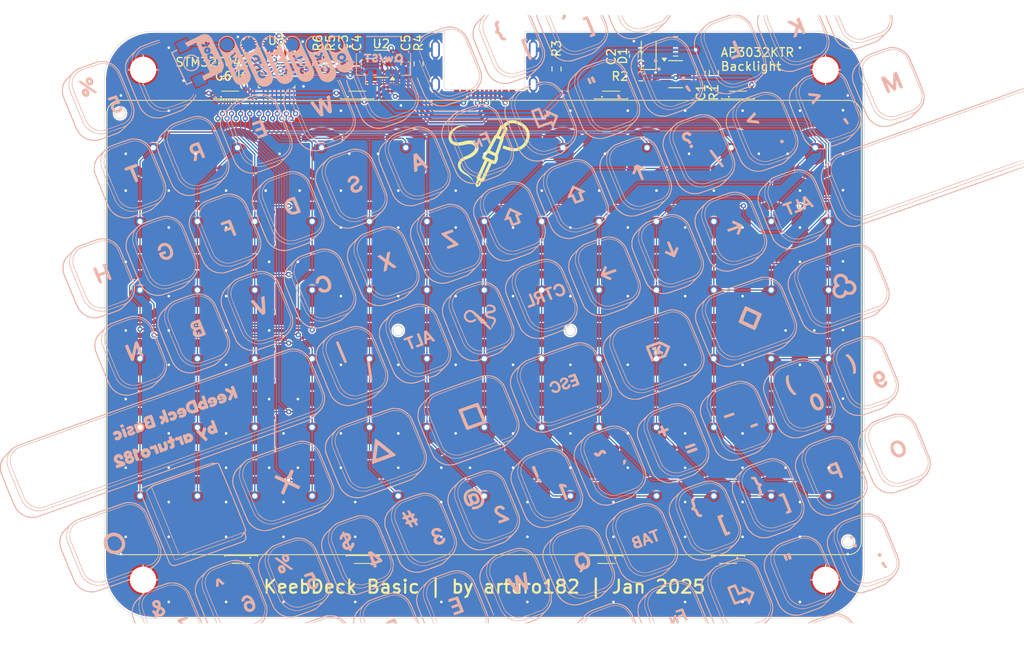
<source format=kicad_pcb>
(kicad_pcb (version 20241229) (generator "pcbnew") (generator_version "9.0")
  (layers (0 "F.Cu" signal) (2 "B.Cu" signal) (13 "F.Paste" user) (15 "B.Paste" user) (5 "F.SilkS" user "F.Silkscreen") (7 "B.SilkS" user "B.Silkscreen") (1 "F.Mask" user) (3 "B.Mask" user) (25 "Edge.Cuts" user))
  (net 0 "")
  (net 1 "/COL11")
  (net 2 "/ROW0")
  (net 3 "/ROW5")
  (net 4 "/COL4")
  (net 5 "/COL6")
  (net 6 "/ROW2")
  (net 7 "/COL1")
  (net 8 "/COL2")
  (net 9 "/COL3")
  (net 10 "/ROW4")
  (net 11 "/COL8")
  (net 12 "/COL7")
  (net 13 "/COL0")
  (net 14 "/COL9")
  (net 15 "/COL10")
  (net 16 "/COL5")
  (net 17 "GND")
  (net 18 "+3.3V")
  (net 19 "Net-(D1-K)")
  (net 20 "Net-(D1-A)")
  (net 21 "Net-(D2-K)")
  (net 22 "Net-(D3-K)")
  (net 23 "Net-(D4-K)")
  (net 24 "Net-(D5-K)")
  (net 25 "Net-(D6-K)")
  (net 26 "Net-(D7-K)")
  (net 27 "Net-(D8-K)")
  (net 28 "+5V")
  (net 29 "Net-(J1-CC1)")
  (net 30 "Net-(J1-CC2)")
  (net 32 "/USB_D+")
  (net 33 "/USB_D-")
  (net 37 "/BL_CTRL")
  (net 38 "/BOOT0")
  (net 39 "/SDA")
  (net 40 "/SCL")
  (net 41 "/ROW1")
  (footprint "Capacitor_SMD:C_0603_1608Metric" (layer "F.Cu") (at 139.0375 66.3 -90)
    (property "Reference" "C4")
    (property "Value" "10uF")
  )
  (footprint "Button_Switch_SMD_Extra:Metal_Dome_Oblong_5x4mm" (layer "F.Cu") (at 153.695 85.15)
    (property "Reference" "SW15" (hide yes))
    (property "Value" "SW_6" (hide yes))
  )
  (footprint "Button_Switch_SMD_Extra:Metal_Dome_Oblong_5x4mm" (layer "F.Cu") (at 166.895 100.95)
    (property "Reference" "SW43" (hide yes))
    (property "Value" "SW_K" (hide yes))
  )
  (footprint "LED_SMD_Extra:LTW-010DCG-SR-G" (layer "F.Cu") (at 182.875 69.76)
    (property "Reference" "D2" (hide yes))
    (property "Value" "LTW-010DCG-SR-G" (hide yes))
  )
  (footprint "Diode_SMD:D_SOD-323_HandSoldering" (layer "F.Cu") (at 172.6 64.95 90)
    (property "Reference" "D1")
    (property "Value" "1N5819")
  )
  (footprint "MountingHole_Extra:SMD-1_BD4.4-D2.8" (layer "F.Cu") (at 192.95 125.7 180)
    (property "Reference" "H4" (hide yes))
    (property "Value" "MountingHole" (hide yes))
  )
  (footprint "Button_Switch_SMD_Extra:Metal_Dome_Oblong_5x4mm" (layer "F.Cu") (at 153.695 100.95)
    (property "Reference" "SW41" (hide yes))
    (property "Value" "SW_H" (hide yes))
  )
  (footprint "Button_Switch_SMD_Extra:Metal_Dome_Oblong_5x4mm" (layer "F.Cu") (at 153.695 116.75)
    (property "Reference" "SW66" (hide yes))
    (property "Value" "SW_SPACE2" (hide yes))
  )
  (footprint "Button_Switch_SMD_Extra:Metal_Dome_Oblong_5x4mm" (layer "F.Cu") (at 186.695 85.15)
    (property "Reference" "SW20" (hide yes))
    (property "Value" "SW_-" (hide yes))
  )
  (footprint "Package_TO_SOT_SMD:SOT-23-5" (layer "F.Cu") (at 141.8375 66.3 180)
    (property "Reference" "U2")
    (property "Value" "AP2112K-3.3")
  )
  (footprint "Button_Switch_SMD_Extra:Metal_Dome_Oblong_5x4mm" (layer "F.Cu") (at 160.295 93.05)
    (property "Reference" "SW29" (hide yes))
    (property "Value" "SW_U" (hide yes))
  )
  (footprint "Button_Switch_SMD_Extra:Metal_Dome_Oblong_5x4mm" (layer "F.Cu") (at 153.695 93.05)
    (property "Reference" "SW28" (hide yes))
    (property "Value" "SW_Y" (hide yes))
  )
  (footprint "Button_Switch_SMD_Extra:Metal_Dome_Oblong_5x4mm" (layer "F.Cu") (at 166.895 85.15)
    (property "Reference" "SW17" (hide yes))
    (property "Value" "SW_8" (hide yes))
  )
  (footprint "Button_Switch_SMD_Extra:Metal_Dome_Oblong_5x4mm" (layer "F.Cu") (at 114.095 100.95)
    (property "Reference" "SW35" (hide yes))
    (property "Value" "SW_FN" (hide yes))
  )
  (footprint "Button_Switch_SMD_Extra:Metal_Dome_Oblong_5x4mm" (layer "F.Cu") (at 133.895 85.15)
    (property "Reference" "SW12" (hide yes))
    (property "Value" "SW_3" (hide yes))
  )
  (footprint "Button_Switch_SMD_Extra:Metal_Dome_Oblong_5x4mm" (layer "F.Cu") (at 193.295 85.15)
    (property "Reference" "SW21" (hide yes))
    (property "Value" "SW_=" (hide yes))
  )
  (footprint "Button_Switch_SMD_Extra:Metal_Dome_Oblong_5x4mm" (layer "F.Cu") (at 127.295 108.85)
    (property "Reference" "SW50" (hide yes))
    (property "Value" "SW_X" (hide yes))
  )
  (footprint "MountingHole_Extra:SMD-1_BD4.4-D2.8" (layer "F.Cu") (at 114.45 125.7 90)
    (property "Reference" "H3" (hide yes))
    (property "Value" "MountingHole" (hide yes))
  )
  (footprint "Button_Switch_SMD_Extra:Metal_Dome_Oblong_5x4mm" (layer "F.Cu") (at 186.695 108.85)
    (property "Reference" "SW59" (hide yes))
    (property "Value" "SW_UP" (hide yes))
  )
  (footprint "Button_Switch_SMD_Extra:Metal_Dome_Oblong_5x4mm" (layer "F.Cu") (at 140.495 85.15)
    (property "Reference" "SW13" (hide yes))
    (property "Value" "SW_4" (hide yes))
  )
  (footprint "Button_Switch_SMD_Extra:Metal_Dome_Oblong_5x4mm" (layer "F.Cu") (at 120.695 85.15)
    (property "Reference" "SW10" (hide yes))
    (property "Value" "SW_1" (hide yes))
  )
  (footprint "Button_Switch_SMD_Extra:Metal_Dome_Oblong_5x4mm" (layer "F.Cu") (at 125.31 76.66)
    (property "Reference" "SW2" (hide yes))
    (property "Value" "SW_SQUARE" (hide yes))
  )
  (footprint "Capacitor_SMD:C_0603_1608Metric" (layer "F.Cu") (at 178.6 67.3 -90)
    (property "Reference" "C1")
    (property "Value" "10uF")
  )
  (footprint "Button_Switch_SMD_Extra:Metal_Dome_Oblong_5x4mm" (layer "F.Cu") (at 114.095 93.05)
    (property "Reference" "SW22" (hide yes))
    (property "Value" "SW_TAB" (hide yes))
  )
  (footprint "Connector_USB_Extra:USB_C_Receptacle_SHOU_HAN-TYPE-C-16P-CB1.6-073" (layer "F.Cu") (at 153.7 67.25 180)
    (property "Reference" "J1" (hide yes))
    (property "Value" "USB_C_Receptacle_USB2.0" (hide yes))
    (fp_line (start 4.62 4.675) (end 4.62 -2.025) (stroke (width 0.05)) (layer "Edge.Cuts"))
    (fp_line (start -4.62 4.675) (end -4.62 -2.025) (stroke (width 0.05)) (layer "Edge.Cuts"))
    (fp_line (start -4.62 -2.025) (end 4.62 -2.025) (stroke (width 0.05)) (layer "Edge.Cuts"))
  )
  (footprint "Resistor_SMD:R_0603_1608Metric" (layer "F.Cu") (at 134.5 66.3 90)
    (property "Reference" "R6")
    (property "Value" "4.7K")
  )
  (footprint "Resistor_SMD:R_0603_1608Metric" (layer "F.Cu") (at 136 66.3 -90)
    (property "Reference" "R5")
    (property "Value" "4.7K")
  )
  (footprint "Button_Switch_SMD_Extra:Metal_Dome_Oblong_5x4mm" (layer "F.Cu") (at 186.695 116.75)
    (property "Reference" "SW70" (hide yes))
    (property "Value" "SW_DOWN" (hide yes))
  )
  (footprint "MountingHole_Extra:SMD-1_BD4.4-D2.8" (layer "F.Cu") (at 114.45 67)
    (property "Reference" "H2" (hide yes))
    (property "Value" "MountingHole" (hide yes))
  )
  (footprint "Button_Switch_SMD_Extra:Metal_Dome_Oblong_5x4mm" (layer "F.Cu") (at 133.895 100.95)
    (property "Reference" "SW38" (hide yes))
    (property "Value" "SW_D" (hide yes))
  )
  (footprint "Button_Switch_SMD_Extra:Metal_Dome_Oblong_5x4mm" (layer "F.Cu") (at 127.295 100.95)
    (property "Reference" "SW37" (hide yes))
    (property "Value" "SW_S" (hide yes))
  )
  (footprint "Button_Switch_SMD_Extra:Metal_Dome_Oblong_5x4mm" (layer "F.Cu") (at 160.295 108.85)
    (property "Reference" "SW55" (hide yes))
    (property "Value" "SW_M" (hide yes))
  )
  (footprint "Button_Switch_SMD_Extra:Metal_Dome_Oblong_5x4mm" (layer "F.Cu") (at 120.695 116.75)
    (property "Reference" "SW62" (hide yes))
    (property "Value" "SW_SP" (hide yes))
  )
  (footprint "Button_Switch_SMD_Extra:Metal_Dome_Oblong_5x4mm" (layer "F.Cu") (at 193.295 116.75)
    (property "Reference" "SW71" (hide yes))
    (property "Value" "SW_RIGHT" (hide yes))
  )
  (footprint "Button_Switch_SMD_Extra:Metal_Dome_Oblong_5x4mm" (layer "F.Cu") (at 147.095 85.15)
    (property "Reference" "SW14" (hide yes))
    (property "Value" "SW_5" (hide yes))
  )
  (footprint "Button_Switch_SMD_Extra:Metal_Dome_Oblong_5x4mm" (layer "F.Cu") (at 163.595 116.75)
    (property "Reference" "SW67" (hide yes))
    (property "Value" "SW_SPACE3" (hide yes))
  )
  (footprint "Button_Switch_SMD_Extra:Metal_Dome_Oblong_5x4mm" (layer "F.Cu") (at 133.895 116.75)
    (property "Reference" "SW64" (hide yes))
    (property "Value" "SW_\\" (hide yes))
  )
  (footprint "Button_Switch_SMD_Extra:Metal_Dome_Oblong_5x4mm" (layer "F.Cu") (at 134.985 76.66)
    (property "Reference" "SW3" (hide yes))
    (property "Value" "SW_TRIANGLE" (hide yes))
  )
  (footprint "Button_Switch_SMD_Extra:Metal_Dome_Oblong_5x4mm" (layer "F.Cu") (at 180.095 85.15)
    (property "Reference" "SW19" (hide yes))
    (property "Value" "SW_0" (hide yes))
  )
  (footprint "Button_Switch_SMD_Extra:Metal_Dome_Oblong_5x4mm" (layer "F.Cu") (at 173.495 108.85)
    (property "Reference" "SW57" (hide yes))
    (property "Value" "SW_." (hide yes))
  )
  (footprint "LED_SMD_Extra:LTW-010DCG-SR-G" (layer "F.Cu") (at 168.275 69.76)
    (property "Reference" "D4" (hide yes))
    (property "Value" "LTW-010DCG-SR-G" (hide yes))
  )
  (footprint "Package_DFN_QFN:QFN-28_4x4mm_P0.5mm" (layer "F.Cu") (at 129.8 66.95)
    (property "Reference" "U3")
    (property "Value" "STM32F042G6Ux")
  )
  (footprint "Button_Switch_SMD_Extra:Metal_Dome_Oblong_5x4mm" (layer "F.Cu") (at 120.695 108.85)
    (property "Reference" "SW49" (hide yes))
    (property "Value" "SW_Z" (hide yes))
  )
  (footprint "Button_Switch_SMD_Extra:Metal_Dome_Oblong_5x4mm" (layer "F.Cu") (at 160.295 100.95)
    (property "Reference" "SW42" (hide yes))
    (property "Value" "SW_J" (hide yes))
  )
  (footprint "LED_SMD_Extra:LTW-010DCG-SR-G" (layer "F.Cu") (at 125.725 123.51 180)
    (property "Reference" "D9" (hide yes))
    (property "Value" "LTW-010DCG-SR-G" (hide yes))
  )
  (footprint "Button_Switch_SMD_Extra:Metal_Dome_Oblong_5x4mm" (layer "F.Cu") (at 153.695 108.85)
    (property "Reference" "SW54" (hide yes))
    (property "Value" "SW_N" (hide yes))
  )
  (footprint "Button_Switch_SMD_Extra:Metal_Dome_Oblong_5x4mm" (layer "F.Cu") (at 173.495 116.75)
    (property "Reference" "SW68" (hide yes))
    (property "Value" "SW_RALT" (hide yes))
  )
  (footprint "Button_Switch_SMD_Extra:Metal_Dome_Oblong_5x4mm" (layer "F.Cu") (at 114.095 108.85)
    (property "Reference" "SW48" (hide yes))
    (property "Value" "SW_LSHIFT" (hide yes))
  )
  (footprint "Button_Switch_SMD_Extra:Metal_Dome_Oblong_5x4mm" (layer "F.Cu") (at 147.095 93.05)
    (property "Reference" "SW27" (hide yes))
    (property "Value" "SW_T" (hide yes))
  )
  (footprint "Inductor_SMD:L_1008_2520Metric" (layer "F.Cu") (at 175.7 64.3 180)
    (property "Reference" "L1" (hide yes))
    (property "Value" "6.8uH")
  )
  (footprint "MountingHole_Extra:SMD-1_BD4.4-D2.8" (layer "F.Cu") (at 192.95 67 -90)
    (property "Reference" "H1" (hide yes))
    (property "Value" "MountingHole" (hide yes))
  )
  (footprint "Resistor_SMD:R_0603_1608Metric" (layer "F.Cu") (at 171.7 67.75 180)
    (property "Reference" "R2")
    (property "Value" "4.7R")
  )
  (footprint "Symbols_Extra:SolderParty-New-Logo_10x8.5mm_SilkScreen" (layer "F.Cu") (at 154.570286 76.327462)
    (property "Reference" "G***" (hide yes))
    (property "Value" "LOGO" (hide yes))
  )
  (footprint "Button_Switch_SMD_Extra:Metal_Dome_Oblong_5x4mm" (layer "F.Cu") (at 140.495 100.95)
    (property "Reference" "SW39" (hide yes))
    (property "Value" "SW_F" (hide yes))
  )
  (footprint "Capacitor_SMD:C_0603_1608Metric" (layer "F.Cu") (at 170.9 65.4 90)
    (property "Reference" "C2")
    (property "Value" "1uF")
  )
  (footprint "Resistor_SMD:R_0603_1608Metric" (layer "F.Cu") (at 180.1 67.3 90)
    (property "Reference" "R1")
    (property "Value" "4.7K")
  )
  (footprint "Button_Switch_SMD_Extra:Metal_Dome_Oblong_5x4mm" (layer "F.Cu") (at 133.895 93.05)
    (property "Reference" "SW25" (hide yes))
    (property "Value" "SW_E" (hide yes))
  )
  (footprint "Button_Switch_SMD_Extra:Metal_Dome_Oblong_5x4mm" (layer "F.Cu") (at 173.495 93.05)
    (property "Reference" "SW31" (hide yes))
    (property "Value" "SW_O" (hide yes))
  )
  (footprint "Button_Switch_SMD_Extra:Metal_Dome_Oblong_5x4mm" (layer "F.Cu") (at 147.095 108.85)
    (property "Reference" "SW53" (hide yes))
    (property "Value" "SW_B" (hide yes))
  )
  (footprint "Button_Switch_SMD_Extra:Metal_Dome_Oblong_5x4mm" (layer "F.Cu") (at 160.295 85.15)
    (property "Reference" "SW16" (hide yes))
    (property "Value" "SW_7" (hide yes))
  )
  (footprint "Button_Switch_SMD_Extra:Metal_Dome_Oblong_5x4mm" (layer "F.Cu") (at 193.295 93.05)
    (property "Reference" "SW34" (hide yes))
    (property "Value" "SW_]" (hide yes))
  )
  (footprint "Button_Switch_SMD_Extra:Metal_Dome_Oblong_5x4mm" (layer "F.Cu") (at 133.895 108.85)
    (property "Reference" "SW51" (hide yes))
    (property "Value" "SW_C" (hide yes))
  )
  (footprint "LED_SMD_Extra:LTW-010DCG-SR-G" (layer "F.Cu") (at 167.725 123.51 180)
    (property "Reference" "D5" (hide yes))
    (property "Value" "LTW-010DCG-SR-G" (hide yes))
  )
  (footprint "Button_Switch_SMD_Extra:Metal_Dome_Oblong_5x4mm" (layer "F.Cu") (at 127.295 85.15)
    (property "Reference" "SW11" (hide yes))
    (property "Value" "SW_2" (hide yes))
  )
  (footprint "Button_Switch_SMD_Extra:Metal_Dome_Oblong_5x4mm" (layer "F.Cu") (at 182.085 76.66)
    (property "Reference" "SW7" (hide yes))
    (property "Value" "SW_DIAMOND" (hide yes))
  )
  (footprint "Capacitor_SMD:C_0603_1608Metric" (layer "F.Cu") (at 144.6375 66.3 90)
    (property "Reference" "C5")
    (property "Value" "10uF")
  )
  (footprint "Button_Switch_SMD_Extra:Metal_Dome_Oblong_5x4mm" (layer "F.Cu") (at 140.495 108.85)
    (property "Reference" "SW52" (hide yes))
    (property "Value" "SW_V" (hide yes))
  )
  (footprint "Button_Switch_SMD_Extra:Metal_Dome_Oblong_5x4mm" (layer "F.Cu") (at 127.295 116.75)
    (property "Reference" "SW63" (hide yes))
    (property "Value" "SW_LALT" (hide yes))
  )
  (footprint "LED_SMD_Extra:LTW-010DCG-SR-G" (layer "F.Cu") (at 139.725 123.51 180)
    (property "Reference" "D7" (hide yes))
    (property "Value" "LTW-010DCG-SR-G" (hide yes))
  )
  (footprint "Button_Switch_SMD_Extra:Metal_Dome_Oblong_5x4mm" (layer "F.Cu") (at 143.795 116.75)
    (property "Reference" "SW65" (hide yes))
    (property "Value" "SW_SPACE1" (hide yes))
  )
  (footprint "Button_Switch_SMD_Extra:Metal_Dome_Oblong_5x4mm" (layer "F.Cu") (at 166.895 108.85)
    (property "Reference" "SW56" (hide yes))
    (property "Value" "SW_," (hide yes))
  )
  (footprint "Package_TO_SOT_SMD:SOT-23-6" (layer "F.Cu") (at 175.7 67.5)
    (property "Reference" "U1" (hide yes))
    (property "Value" "AP3032KTR")
  )
  (footprint "Button_Switch_SMD_Extra:Metal_Dome_Oblong_5x4mm" (layer "F.Cu") (at 186.695 100.95)
    (property "Reference" "SW46" (hide yes))
    (property "Value" "SW_'" (hide yes))
  )
  (footprint "Button_Switch_SMD_Extra:Metal_Dome_Oblong_5x4mm" (layer "F.Cu") (at 180.095 93.05)
    (property "Reference" "SW32" (hide yes))
    (property "Value" "SW_P" (hide yes))
  )
  (footprint "Button_Switch_SMD_Extra:Metal_Dome_Oblong_5x4mm" (layer "F.Cu") (at 173.495 100.95)
    (property "Reference" "SW44" (hide yes))
    (property "Value" "SW_L" (hide yes))
  )
  (footprint "Button_Switch_SMD_Extra:Metal_Dome_Oblong_5x4mm" (layer "F.Cu") (at 115.635 76.66)
    (property "Reference" "SW1" (hide yes))
    (property "Value" "SW_ESC" (hide yes))
  )
  (footprint "Button_Switch_SMD_Extra:Metal_Dome_Oblong_5x4mm" (layer "F.Cu") (at 144.66 76.66)
    (property "Reference" "SW4" (hide yes))
    (property "Value" "SW_CROSS" (hide yes))
  )
  (footprint "Button_Switch_SMD_Extra:Metal_Dome_Oblong_5x4mm" (layer "F.Cu") (at 147.095 100.95)
    (property "Reference" "SW40" (hide yes))
    (property "Value" "SW_G" (hide yes))
  )
  (footprint "Button_Switch_SMD_Extra:Metal_Dome_Oblong_5x4mm" (layer "F.Cu") (at 180.095 116.75)
    (property "Reference" "SW69" (hide yes))
    (property "Value" "SW_LEFT" (hide yes))
  )
  (footprint "Button_Switch_SMD_Extra:Metal_Dome_Oblong_5x4mm" (layer "F.Cu") (at 120.695 93.05)
    (property "Reference" "SW23" (hide yes))
    (property "Value" "SW_Q" (hide yes))
  )
  (footprint "Button_Switch_SMD_Extra:Metal_Dome_Oblong_5x4mm" (layer "F.Cu") (at 180.095 100.95)
    (property "Reference" "SW45" (hide yes))
    (property "Value" "SW_;" (hide yes))
  )
  (footprint "LED_SMD_Extra:LTW-010DCG-SR-G" (layer "F.Cu") (at 124.465 69.76)
    (property "Reference" "D8" (hide yes))
    (property "Value" "LTW-010DCG-SR-G" (hide yes))
  )
  (footprint "Button_Switch_SMD_Extra:Metal_Dome_Oblong_5x4mm" (layer "F.Cu") (at 114.095 85.15)
    (property "Reference" "SW9" (hide yes))
    (property "Value" "SW_TILDE" (hide yes))
  )
  (footprint "Button_Switch_SMD_Extra:Metal_Dome_Oblong_5x4mm" (layer "F.Cu") (at 166.895 93.05)
    (property "Reference" "SW30" (hide yes))
    (property "Value" "SW_I" (hide yes))
  )
  (footprint "Button_Switch_SMD_Extra:Metal_Dome_Oblong_5x4mm" (layer "F.Cu") (at 191.76 76.66)
    (property "Reference" "SW8" (hide yes))
    (property "Value" "SW_BACKSPACE" (hide yes))
  )
  (footprint "Resistor_SMD:R_0603_1608Metric" (layer "F.Cu") (at 146.1375 66.3 90)
    (property "Reference" "R4")
    (property "Value" "5.1K")
  )
  (footprint "LED_SMD_Extra:LTW-010DCG-SR-G" (layer "F.Cu") (at 139.065 69.76)
    (property "Reference" "D6" (hide yes))
    (property "Value" "LTW-010DCG-SR-G" (hide yes))
  )
  (footprint "Button_Switch_SMD_Extra:Metal_Dome_Oblong_5x4mm" (layer "F.Cu") (at 173.495 85.15)
    (property "Reference" "SW18" (hide yes))
    (property "Value" "SW_9" (hide yes))
  )
  (footprint "Button_Switch_SMD_Extra:Metal_Dome_Oblong_5x4mm" (layer "F.Cu") (at 172.41 76.66)
    (property "Reference" "SW6" (hide yes))
    (property "Value" "SW_CLUB" (hide yes))
  )
  (footprint "Button_Switch_SMD_Extra:Metal_Dome_Oblong_5x4mm" (layer "F.Cu") (at 127.295 93.05)
    (property "Reference" "SW24" (hide yes))
    (property "Value" "SW_W" (hide yes))
  )
  (footprint "Button_Switch_SMD_Extra:Metal_Dome_Oblong_5x4mm" (layer "F.Cu") (at 186.695 93.05)
    (property "Reference" "SW33" (hide yes))
    (property "Value" "SW_[" (hide yes))
  )
  (footprint "Button_Switch_SMD_Extra:Metal_Dome_Oblong_5x4mm" (layer "F.Cu") (at 193.295 108.85)
    (property "Reference" "SW60" (hide yes))
    (property "Value" "SW_RSHIFT" (hide yes))
  )
  (footprint "Button_Switch_SMD_Extra:Metal_Dome_Oblong_5x4mm" (layer "F.Cu") (at 140.495 93.05)
    (property "Reference" "SW26" (hide yes))
    (property "Value" "SW_R" (hide yes))
  )
  (footprint "Button_Switch_SMD_Extra:Metal_Dome_Oblong_5x4mm" (layer "F.Cu") (at 114.095 116.75)
    (property "Reference" "SW61" (hide yes))
    (property "Value" "SW_CTRL" (hide yes))
  )
  (footprint "Button_Switch_SMD_Extra:Metal_Dome_Oblong_5x4mm" (layer "F.Cu") (at 193.295 100.95)
    (property "Reference" "SW47" (hide yes))
    (property "Value" "SW_ENTER" (hide yes))
  )
  (footprint "Button_Switch_SMD_Extra:Metal_Dome_Oblong_5x4mm" (layer "F.Cu") (at 120.695 100.95)
    (property "Reference" "SW36" (hide yes))
    (property "Value" "SW_A" (hide yes))
  )
  (footprint "LED_SMD_Extra:LTW-010DCG-SR-G" (layer "F.Cu") (at 181.735 123.51 180)
    (property "Reference" "D3" (hide yes))
    (property "Value" "LTW-010DCG-SR-G" (hide yes))
  )
  (footprint "Resistor_SMD:R_0603_1608Metric" (layer "F.Cu") (at 162 66.9 90)
    (property "Reference" "R3")
    (property "Value" "5.1K")
  )
  (footprint "Capacitor_SMD:C_0603_1608Metric" (layer "F.Cu") (at 137.5 66.3 90)
    (property "Reference" "C3")
    (property "Value" "0.1uF")
  )
  (footprint "Button_Switch_SMD_Extra:Metal_Dome_Oblong_5x4mm" (layer "F.Cu") (at 180.095 108.85)
    (property "Reference" "SW58" (hide yes))
    (property "Value" "SW_/" (hide yes))
  )
  (footprint "Button_Switch_SMD_Extra:Metal_Dome_Oblong_5x4mm" (layer "F.Cu") (at 162.735 76.66)
    (property "Reference" "SW5" (hide yes))
    (property "Value" "SW_CIRCLE" (hide yes))
  )
  (footprint "kibuzzard-67980A86" (layer "B.Cu") (at 127.896787 66.876787 115)
    (property "Reference" "kibuzzard-67980A86" (hide yes))
    (property "Value" "G***" (hide yes))
  )
  (footprint "LOGO" (layer "B.Cu") (at 153.5 95.7 180)
    (property "Reference" "G***" (hide yes))
    (property "Value" "LOGO" (hide yes))
  )
  (footprint "kibuzzard-67991E3A" (layer "B.Cu") (at 117.05 110.3 -160.5)
    (property "Reference" "kibuzzard-67991E3A" (hide yes))
    (property "Value" "G***" (hide yes))
  )
  (footprint "kibuzzard-67980AD7" (layer "B.Cu") (at 132.76667 66.60667 115)
    (property "Reference" "kibuzzard-67980AD7" (hide yes))
    (property "Value" "G***" (hide yes))
  )
  (footprint "kibuzzard-6798348F" (layer "B.Cu") (at 142.1 65.65 180)
    (property "Reference" "kibuzzard-6798348F" (hide yes))
    (property "Value" "G***" (hide yes))
  )
  (footprint "kibuzzard-67980B11" (layer "B.Cu") (at 130.327377 66.727377 115)
    (property "Reference" "kibuzzard-67980B11" (hide yes))
    (property "Value" "G***" (hide yes))
  )
  (footprint "TestPoint:TestPoint_Pad_D1.5mm" (layer "B.Cu") (at 134.1 64.1 -155)
    (property "Reference" "TP5" (hide yes))
    (property "Value" "TP_SWCLK")
  )
  (footprint "TestPoint:TestPoint_Pad_D1.5mm" (layer "B.Cu") (at 126.6 64.1 -65)
    (property "Reference" "TP2" (hide yes))
    (property "Value" "TP_UART_TX")
  )
  (footprint "TestPoint:TestPoint_Pad_D1.5mm" (layer "B.Cu") (at 124.1 64.1 -65)
    (property "Reference" "TP3" (hide yes))
    (property "Value" "TP_UART_TX")
  )
  (footprint "kibuzzard-67991D89" (layer "B.Cu") (at 118.02 106.52 -160.5)
    (property "Reference" "kibuzzard-67991D89" (hide yes))
    (property "Value" "G***" (hide yes))
  )
  (footprint "TestPoint:TestPoint_Pad_D1.5mm" (layer "B.Cu") (at 131.6 64.1 180)
    (property "Reference" "TP1" (hide yes))
    (property "Value" "TP_SCL")
  )
  (footprint "kibuzzard-66E774B8" (layer "B.Cu") (at 122.175141 65.185717 115)
    (property "Reference" "kibuzzard-66E774B8" (hide yes))
    (property "Value" "G***" (hide yes))
  )
  (footprint "TestPoint:TestPoint_Pad_D1.5mm" (layer "B.Cu") (at 136.6 64.1 180)
    (property "Reference" "TP4" (hide yes))
    (property "Value" "TP_SWDIO")
  )
  (footprint "kibuzzard-67980AB3" (layer "B.Cu") (at 125.358242 66.79726 115)
    (property "Reference" "kibuzzard-67980AB3" (hide yes))
    (property "Value" "G***" (hide yes))
  )
  (footprint "kibuzzard-67980AE6" (layer "B.Cu") (at 135.277141 66.617141 115)
    (property "Reference" "kibuzzard-67980AE6" (hide yes))
    (property "Value" "G***" (hide yes))
  )
  (footprint "TestPoint:TestPoint_Pad_D1.5mm" (layer "B.Cu") (at 129.1 64.1 180)
    (property "Reference" "TP6" (hide yes))
    (property "Value" "TP_SDA")
  )
  (footprint "kibuzzard-67980AE1" (layer "B.Cu") (at 137.516434 66.066433 115)
    (property "Reference" "kibuzzard-67980AE1" (hide yes))
    (property "Value" "G***" (hide yes))
  )
  (footprint "Button_Switch_SMD_Extra:TS-1088R" (layer "B.Cu") (at 120 66.2 -65)
    (property "Reference" "SW72" (hide yes))
    (property "Value" "SW_BOOT" (hide yes))
  )
  (footprint "Connector_JST:JST_SH_SM04B-SRSS-TB_1x04-1MP_P1.00mm_Horizontal" (layer "B.Cu") (at 142.1 65.85)
    (property "Reference" "J2" (hide yes))
    (property "Value" "Conn_Qwiic")
  )
  (gr_line (start 110.295 72.009998) (end 110.3025 121.31) (stroke (width 0.1)) (layer "F.SilkS"))
  (gr_arc (start 111.8025 122.81) (mid 110.74184 122.37066) (end 110.3025 121.31) (stroke (width 0.1)) (layer "F.SilkS"))
  (gr_arc (start 195.545001 70.510001) (mid 196.60566 70.949341) (end 197.045001 72.010001) (stroke (width 0.1)) (layer "F.SilkS"))
  (gr_line (start 197.045 121.31) (end 197.0525 72.01) (stroke (width 0.1)) (layer "F.SilkS"))
  (gr_arc (start 110.295 72.009998) (mid 110.734341 70.949339) (end 111.795 70.509998) (stroke (width 0.1)) (layer "F.SilkS"))
  (gr_line (start 111.8025 122.81) (end 195.545 122.81) (stroke (width 0.1)) (layer "F.SilkS"))
  (gr_line (start 195.545001 70.510001) (end 111.795001 70.510001) (stroke (width 0.1)) (layer "F.SilkS"))
  (gr_arc (start 197.045 121.31) (mid 196.60566 122.37066) (end 195.545 122.81) (stroke (width 0.1)) (layer "F.SilkS"))
  (gr_poly (pts (xy 133.18463 64.526844) (xy 133.564987 65.342522) (xy 135.395727 64.488833) (xy 135.01537 63.673156) (xy 134.960991 63.698513) (xy 135.057485 64.260374) (xy 134.867063 64.680184) (xy 134.501487 64.960991) (xy 134.051388 65.06054) (xy 133.607394 64.936565)) (fill yes) (layer "B.SilkS"))
  (gr_poly (pts (xy 130.68463 64.526844) (xy 131.064987 65.342522) (xy 132.895727 64.488833) (xy 132.51537 63.673156) (xy 132.460991 63.698513) (xy 132.557485 64.260374) (xy 132.367063 64.680184) (xy 132.001487 64.960991) (xy 131.551388 65.06054) (xy 131.107394 64.936565)) (fill yes) (layer "B.SilkS"))
  (gr_poly (pts (xy 123.18463 64.526844) (xy 123.564987 65.342522) (xy 125.395727 64.488833) (xy 125.01537 63.673156) (xy 124.960991 63.698513) (xy 125.057485 64.260374) (xy 124.867063 64.680184) (xy 124.501487 64.960991) (xy 124.051388 65.06054) (xy 123.607394 64.936565)) (fill yes) (layer "B.SilkS"))
  (gr_poly (pts (xy 135.682354 64.521387) (xy 136.062711 65.337065) (xy 137.893451 64.483376) (xy 137.513094 63.667699) (xy 137.458715 63.693056) (xy 137.555209 64.254917) (xy 137.364787 64.674727) (xy 136.999211 64.955534) (xy 136.549112 65.055083) (xy 136.105118 64.931108)) (fill yes) (layer "B.SilkS"))
  (gr_poly (pts (xy 121.102991 63.000913) (xy 119.25 63.9) (xy 119.55 64.35) (xy 120.63212 63.836761)) (fill yes) (layer "B.SilkS"))
  (gr_poly (pts (xy 128.18463 64.526844) (xy 128.564987 65.342522) (xy 130.395727 64.488833) (xy 130.01537 63.673156) (xy 129.960991 63.698513) (xy 130.057485 64.260374) (xy 129.867063 64.680184) (xy 129.501487 64.960991) (xy 129.051388 65.06054) (xy 128.607394 64.936565)) (fill yes) (layer "B.SilkS"))
  (gr_poly (pts (xy 125.68463 64.526844) (xy 126.064987 65.342522) (xy 127.895727 64.488833) (xy 127.51537 63.673156) (xy 127.460991 63.698513) (xy 127.557485 64.260374) (xy 127.367063 64.680184) (xy 127.001487 64.960991) (xy 126.551388 65.06054) (xy 126.107394 64.936565)) (fill yes) (layer "B.SilkS"))
  (gr_poly (pts (xy 123.175202 67.406505) (xy 121.45 68.25) (xy 121.25 67.7) (xy 122.232237 67.229946)) (fill yes) (layer "B.SilkS"))
  (gr_arc (start 110 68.15) (mid 111.640202 64.190202) (end 115.6 62.55) (stroke (width 0.05)) (layer "Edge.Cuts"))
  (gr_circle (center 143.795 97) (end 144.395 97) (stroke (width 0.1)) (fill no) (layer "Edge.Cuts"))
  (gr_circle (center 163.595 97) (end 164.195 97) (stroke (width 0.1)) (fill no) (layer "Edge.Cuts"))
  (gr_line (start 149.08 62.55) (end 115.6 62.55) (stroke (width 0.05)) (layer "Edge.Cuts"))
  (gr_line (start 115.6 130.15) (end 191.8 130.15) (stroke (width 0.05)) (layer "Edge.Cuts"))
  (gr_circle (center 195.545 121.31) (end 196.195 121.31) (stroke (width 0.1)) (fill no) (layer "Edge.Cuts"))
  (gr_line (start 191.8 62.55) (end 158.32 62.55) (stroke (width 0.05)) (layer "Edge.Cuts"))
  (gr_circle (center 111.795 72.009998) (end 112.445 72.009998) (stroke (width 0.1)) (fill no) (layer "Edge.Cuts"))
  (gr_arc (start 115.6 130.15) (mid 111.640202 128.509798) (end 110 124.55) (stroke (width 0.05)) (layer "Edge.Cuts"))
  (gr_line (start 158.32 62.575) (end 158.32 62.55) (stroke (width 0.05)) (layer "Edge.Cuts"))
  (gr_arc (start 191.8 62.55) (mid 195.759798 64.190202) (end 197.4 68.15) (stroke (width 0.05)) (layer "Edge.Cuts"))
  (gr_arc (start 197.4 124.55) (mid 195.759798 128.509798) (end 191.8 130.15) (stroke (width 0.05)) (layer "Edge.Cuts"))
  (gr_line (start 149.08 62.575) (end 149.08 62.55) (stroke (width 0.05)) (layer "Edge.Cuts"))
  (gr_line (start 110 68.15) (end 110 124.55) (stroke (width 0.05)) (layer "Edge.Cuts"))
  (gr_line (start 197.4 68.15) (end 197.4 124.55) (stroke (width 0.05)) (layer "Edge.Cuts"))
  (gr_text "STM32F042\nG6U6" (at 126.75 66.925 0) (layer "F.SilkS") (effects (font (size 1 1)) (justify right)))
  (gr_text "KeebDeck Basic | by arturo182 | Jan 2025" (at 153.7 126.5 0) (layer "F.SilkS") (effects (font (size 1.5 1.5) (thickness 0.25) (bold yes))))
  (gr_text "AP3032KTR\nBacklight" (at 180.8 65.8 0) (layer "F.SilkS") (effects (font (size 1 1)) (justify left)))
  (segment (start 131.7975 71.8725) (end 131.975 72.05) (width 0.15) (layer "F.Cu") (net 1))
  (segment (start 131.7975 68.45) (end 131.7975 71.8725) (width 0.15) (layer "F.Cu") (net 1))
  (via (at 131.975 72.05) (size 0.6) (drill 0.3) (layers "F.Cu" "B.Cu") (net 1))
  (segment (start 193.295 92.35) (end 193.295 84.45) (width 0.15) (layer "B.Cu") (net 1))
  (segment (start 193.295 100.25) (end 193.295 92.35) (width 0.15) (layer "B.Cu") (net 1))
  (segment (start 186.695 108.15) (end 186.695 100.25) (width 0.15) (layer "B.Cu") (net 1))
  (segment (start 193.295 84.45) (end 193.295 75.446472) (width 0.15) (layer "B.Cu") (net 1))
  (segment (start 186.695 100.25) (end 193.295 100.25) (width 0.15) (layer "B.Cu") (net 1))
  (segment (start 132.7 72.775) (end 131.975 72.05) (width 0.15) (layer "B.Cu") (net 1))
  (segment (start 190.623528 72.775) (end 132.7 72.775) (width 0.15) (layer "B.Cu") (net 1))
  (segment (start 193.295 108.15) (end 193.295 100.25) (width 0.15) (layer "B.Cu") (net 1))
  (segment (start 193.295 75.446472) (end 190.623528 72.775) (width 0.15) (layer "B.Cu") (net 1))
  (segment (start 186.45 74.16) (end 191.76 74.16) (width 0.15) (layer "F.Cu") (net 2))
  (segment (start 126.925 68.3) (end 126.925 70.299264) (width 0.15) (layer "F.Cu") (net 2))
  (segment (start 127.8625 67.95) (end 127.275 67.95) (width 0.15) (layer "F.Cu") (net 2))
  (segment (start 189.75 81.65) (end 195.15 81.65) (width 0.15) (layer "F.Cu") (net 2))
  (segment (start 193.295 98.45) (end 190.4 98.45) (width 0.15) (layer "F.Cu") (net 2))
  (segment (start 190 98.05) (end 190 91.1) (width 0.15) (layer "F.Cu") (net 2))
  (segment (start 115.635 74.16) (end 128.9 74.16) (width 0.15) (layer "F.Cu") (net 2))
  (segment (start 195.15 81.65) (end 196.175 82.675) (width 0.15) (layer "F.Cu") (net 2))
  (segment (start 196.175 97.875) (end 195.6 98.45) (width 0.15) (layer "F.Cu") (net 2))
  (segment (start 196.175 82.675) (end 196.175 97.875) (width 0.15) (layer "F.Cu") (net 2))
  (segment (start 127.25 70.624264) (end 127.25 73.75) (width 0.15) (layer "F.Cu") (net 2))
  (segment (start 127.275 67.95) (end 126.925 68.3) (width 0.15) (layer "F.Cu") (net 2))
  (segment (start 126.925 70.299264) (end 127.25 70.624264) (width 0.15) (layer "F.Cu") (net 2))
  (segment (start 190 91.1) (end 189.45 90.55) (width 0.15) (layer "F.Cu") (net 2))
  (segment (start 190.4 98.45) (end 190 98.05) (width 0.15) (layer "F.Cu") (net 2))
  (segment (start 186.695 82.65) (end 188.75 82.65) (width 0.15) (layer "F.Cu") (net 2))
  (segment (start 186.695 74.405) (end 186.45 74.16) (width 0.15) (layer "F.Cu") (net 2))
  (segment (start 127.66 74.16) (end 128.9 74.16) (width 0.15) (layer "F.Cu") (net 2))
  (segment (start 186.695 82.65) (end 186.695 74.405) (width 0.15) (layer "F.Cu") (net 2))
  (segment (start 127.25 73.75) (end 127.66 74.16) (width 0.15) (layer "F.Cu") (net 2))
  (segment (start 189.45 90.55) (end 186.695 90.55) (width 0.15) (layer "F.Cu") (net 2))
  (segment (start 188.75 82.65) (end 189.75 81.65) (width 0.15) (layer "F.Cu") (net 2))
  (segment (start 195.6 98.45) (end 193.295 98.45) (width 0.15) (layer "F.Cu") (net 2))
  (segment (start 128.9 74.16) (end 186.45 74.16) (width 0.15) (layer "F.Cu") (net 2))
  (segment (start 124.45 66.521509) (end 127.067589 63.90392) (width 0.15) (layer "F.Cu") (net 3))
  (segment (start 124.625 72.05) (end 124.625 71.115255) (width 0.15) (layer "F.Cu") (net 3))
  (segment (start 114.095 114.25) (end 131.2 114.25) (width 0.15) (layer "F.Cu") (net 3))
  (segment (start 124.625 71.115255) (end 124.45 70.940255) (width 0.15) (layer "F.Cu") (net 3))
  (segment (start 129.8 64.525) (end 129.8 65.0125) (width 0.15) (layer "F.Cu") (net 3))
  (segment (start 190 114.05) (end 189.8 114.25) (width 0.15) (layer "F.Cu") (net 3))
  (segment (start 189.8 114.25) (end 193.295 114.25) (width 0.15) (layer "F.Cu") (net 3))
  (segment (start 131.2 114.25) (end 189.8 114.25) (width 0.15) (layer "F.Cu") (net 3))
  (segment (start 124.45 70.940255) (end 124.45 66.521509) (width 0.15) (layer "F.Cu") (net 3))
  (segment (start 193.295 106.35) (end 190.5 106.35) (width 0.15) (layer "F.Cu") (net 3))
  (segment (start 190 106.85) (end 190 114.05) (width 0.15) (layer "F.Cu") (net 3))
  (segment (start 190.5 106.35) (end 190 106.85) (width 0.15) (layer "F.Cu") (net 3))
  (segment (start 127.067589 63.90392) (end 129.17892 63.90392) (width 0.15) (layer "F.Cu") (net 3))
  (segment (start 129.17892 63.90392) (end 129.8 64.525) (width 0.15) (layer "F.Cu") (net 3))
  (via (at 131.2 114.25) (size 0.6) (drill 0.3) (layers "F.Cu" "B.Cu") (net 3))
  (via (at 124.625 72.05) (size 0.6) (drill 0.3) (layers "F.Cu" "B.Cu") (net 3))
  (segment (start 124.625 73.600736) (end 129.775 78.750736) (width 0.15) (layer "B.Cu") (net 3))
  (segment (start 129.775 78.750736) (end 129.775 112.825) (width 0.15) (layer "B.Cu") (net 3))
  (segment (start 129.775 112.825) (end 131.2 114.25) (width 0.15) (layer "B.Cu") (net 3))
  (segment (start 124.625 72.05) (end 124.625 73.600736) (width 0.15) (layer "B.Cu") (net 3))
  (segment (start 128.3 68.9475) (end 128.3 72.6) (width 0.15) (layer "F.Cu") (net 4))
  (via (at 128.3 72.6) (size 0.6) (drill 0.3) (layers "F.Cu" "B.Cu") (net 4))
  (segment (start 140.495 75.17) (end 140.2 74.875) (width 0.15) (layer "B.Cu") (net 4))
  (segment (start 144.325 74.875) (end 144.66 75.21) (width 0.15) (layer "B.Cu") (net 4))
  (segment (start 140.495 108.15) (end 140.495 112.75) (width 0.15) (layer "B.Cu") (net 4))
  (segment (start 130.375 74.875) (end 128.3 72.8) (width 0.15) (layer "B.Cu") (net 4))
  (segment (start 140.2 74.875) (end 144.325 74.875) (width 0.15) (layer "B.Cu") (net 4))
  (segment (start 140.2 74.875) (end 130.375 74.875) (width 0.15) (layer "B.Cu") (net 4))
  (segment (start 140.495 108.15) (end 140.495 84.45) (width 0.15) (layer "B.Cu") (net 4))
  (segment (start 144.66 75.21) (end 144.66 75.96) (width 0.15) (layer "B.Cu") (net 4))
  (segment (start 140.495 84.45) (end 140.495 75.17) (width 0.15) (layer "B.Cu") (net 4))
  (segment (start 128.3 72.8) (end 128.3 72.6) (width 0.15) (layer "B.Cu") (net 4))
  (segment (start 140.495 112.75) (end 143.795 116.05) (width 0.15) (layer "B.Cu") (net 4))
  (segment (start 129.35 71.5) (end 129.35 72.6) (width 0.15) (layer "F.Cu") (net 5))
  (segment (start 129.3 71.45) (end 129.35 71.5) (width 0.15) (layer "F.Cu") (net 5))
  (segment (start 129.3 68.8875) (end 129.3 71.45) (width 0.15) (layer "F.Cu") (net 5))
  (via (at 129.35 72.6) (size 0.6) (drill 0.3) (layers "F.Cu" "B.Cu") (net 5))
  (segment (start 171.375 74.275) (end 130.775 74.275) (width 0.15) (layer "B.Cu") (net 5))
  (segment (start 153.695 84.45) (end 160.695 77.45) (width 0.15) (layer "B.Cu") (net 5))
  (segment (start 172.41 75.96) (end 172.41 75.31) (width 0.15) (layer "B.Cu") (net 5))
  (segment (start 153.695 108.15) (end 161.595 116.05) (width 0.15) (layer "B.Cu") (net 5))
  (segment (start 129.35 72.85) (end 129.35 72.6) (width 0.15) (layer "B.Cu") (net 5))
  (segment (start 161.595 116.05) (end 163.595 116.05) (width 0.15) (layer "B.Cu") (net 5))
  (segment (start 130.775 74.275) (end 129.35 72.85) (width 0.15) (layer "B.Cu") (net 5))
  (segment (start 163.3 77.45) (end 165.8 74.95) (width 0.15) (layer "B.Cu") (net 5))
  (segment (start 172.41 75.31) (end 171.375 74.275) (width 0.15) (layer "B.Cu") (net 5))
  (segment (start 165.8 74.95) (end 165.8 74.275) (width 0.15) (layer "B.Cu") (net 5))
  (segment (start 160.695 77.45) (end 163.3 77.45) (width 0.15) (layer "B.Cu") (net 5))
  (segment (start 153.695 84.45) (end 153.695 108.15) (width 0.15) (layer "B.Cu") (net 5))
  (segment (start 126.2 71.417463) (end 125.35 70.567463) (width 0.15) (layer "F.Cu") (net 6))
  (segment (start 189.8 89.65) (end 193.15 89.65) (width 0.15) (layer "F.Cu") (net 6))
  (segment (start 126.975 65.95) (end 127.8625 65.95) (width 0.15) (layer "F.Cu") (net 6))
  (segment (start 180.095 89.805) (end 180.6 89.3) (width 0.15) (layer "F.Cu") (net 6))
  (segment (start 193.295 89.795) (end 193.295 90.55) (width 0.15) (layer "F.Cu") (net 6))
  (segment (start 125.35 70.567463) (end 125.35 67.575) (width 0.15) (layer "F.Cu") (net 6))
  (segment (start 126.2 72.6) (end 126.2 71.417463) (width 0.15) (layer "F.Cu") (net 6))
  (segment (start 180.6 89.3) (end 189.45 89.3) (width 0.15) (layer "F.Cu") (net 6))
  (segment (start 189.45 89.3) (end 189.8 89.65) (width 0.15) (layer "F.Cu") (net 6))
  (segment (start 125.35 67.575) (end 126.975 65.95) (width 0.15) (layer "F.Cu") (net 6))
  (segment (start 180.095 90.55) (end 180.095 89.805) (width 0.15) (layer "F.Cu") (net 6))
  (segment (start 131.2 90.55) (end 180.095 90.55) (width 0.15) (layer "F.Cu") (net 6))
  (segment (start 114.095 90.55) (end 131.2 90.55) (width 0.15) (layer "F.Cu") (net 6))
  (segment (start 193.15 89.65) (end 193.295 89.795) (width 0.15) (layer "F.Cu") (net 6))
  (via (at 131.2 90.55) (size 0.6) (drill 0.3) (layers "F.Cu" "B.Cu") (net 6))
  (via (at 126.2 72.6) (size 0.6) (drill 0.3) (layers "F.Cu" "B.Cu") (net 6))
  (segment (start 130.675 78.377944) (end 126.2 73.902944) (width 0.15) (layer "B.Cu") (net 6))
  (segment (start 131.2 90.55) (end 130.675 90.025) (width 0.15) (layer "B.Cu") (net 6))
  (segment (start 126.2 73.902944) (end 126.2 72.6) (width 0.15) (layer "B.Cu") (net 6))
  (segment (start 130.675 90.025) (end 130.675 78.377944) (width 0.15) (layer "B.Cu") (net 6))
  (segment (start 123.575 71.115255) (end 123.85 70.840255) (width 0.15) (layer "F.Cu") (net 7))
  (segment (start 123.85 66.27298) (end 126.81906 63.30392) (width 0.15) (layer "F.Cu") (net 7))
  (segment (start 131.3 64.9525) (end 131.3 64.5) (width 0.15) (layer "F.Cu") (net 7))
  (segment (start 126.81906 63.30392) (end 129.515316 63.30392) (width 0.15) (layer "F.Cu") (net 7))
  (segment (start 129.515316 63.30392) (end 130.021598 63.810202) (width 0.15) (layer "F.Cu") (net 7))
  (segment (start 130.021598 63.810202) (end 130.339798 63.810202) (width 0.15) (layer "F.Cu") (net 7))
  (segment (start 123.85 70.840255) (end 123.85 66.27298) (width 0.15) (layer "F.Cu") (net 7))
  (segment (start 123.575 72.05) (end 123.575 71.115255) (width 0.15) (layer "F.Cu") (net 7))
  (segment (start 131.3 64.5) (end 130.610202 63.810202) (width 0.15) (layer "F.Cu") (net 7))
  (segment (start 130.610202 63.810202) (end 130.339798 63.810202) (width 0.15) (layer "F.Cu") (net 7))
  (via (at 123.575 72.05) (size 0.6) (drill 0.3) (layers "F.Cu" "B.Cu") (net 7))
  (via (at 130.339798 63.810202) (size 0.6) (drill 0.3) (layers "F.Cu" "B.Cu") (net 7))
  (segment (start 123.575 72.05) (end 123.575 73.399264) (width 0.15) (layer "B.Cu") (net 7))
  (segment (start 125.31 75.134264) (end 125.31 75.96) (width 0.15) (layer "B.Cu") (net 7))
  (segment (start 120.695 116.05) (end 120.695 80.575) (width 0.15) (layer "B.Cu") (net 7))
  (segment (start 130.339798 63.810202) (end 131.025 63.125) (width 0.15) (layer "B.Cu") (net 7))
  (segment (start 131.025 63.125) (end 133.125 63.125) (width 0.15) (layer "B.Cu") (net 7))
  (segment (start 123.575 73.399264) (end 125.31 75.134264) (width 0.15) (layer "B.Cu") (net 7))
  (segment (start 133.125 63.125) (end 134.1 64.1) (width 0.15) (layer "B.Cu") (net 7))
  (segment (start 120.695 80.575) (end 125.31 75.96) (width 0.15) (layer "B.Cu") (net 7))
  (segment (start 124.1 71.014519) (end 124.15 70.964519) (width 0.15) (layer "F.Cu") (net 8))
  (segment (start 124.1 72.6) (end 124.1 71.014519) (width 0.15) (layer "F.Cu") (net 8))
  (segment (start 124.15 70.964519) (end 124.15 66.397245) (width 0.15) (layer "F.Cu") (net 8))
  (segment (start 124.15 66.397245) (end 126.943325 63.60392) (width 0.15) (layer "F.Cu") (net 8))
  (segment (start 130.3 64.512868) (end 130.3 65.0125) (width 0.15) (layer "F.Cu") (net 8))
  (segment (start 129.391052 63.60392) (end 130.3 64.512868) (width 0.15) (layer "F.Cu") (net 8))
  (segment (start 126.943325 63.60392) (end 129.391052 63.60392) (width 0.15) (layer "F.Cu") (net 8))
  (via (at 124.1 72.6) (size 0.6) (drill 0.3) (layers "F.Cu" "B.Cu") (net 8))
  (segment (start 127.295 76.695) (end 124.1 73.5) (width 0.15) (layer "B.Cu") (net 8))
  (segment (start 127.295 84.45) (end 127.295 100.25) (width 0.15) (layer "B.Cu") (net 8))
  (segment (start 127.295 84.45) (end 127.295 76.695) (width 0.15) (layer "B.Cu") (net 8))
  (segment (start 124.1 73.5) (end 124.1 72.6) (width 0.15) (layer "B.Cu") (net 8))
  (segment (start 127.295 108.15) (end 127.295 116.05) (width 0.15) (layer "B.Cu") (net 8))
  (segment (start 127.295 100.255) (end 127.295 108.15) (width 0.15) (layer "B.Cu") (net 8))
  (segment (start 124.217463 97.525) (end 124.292463 97.45) (width 0.15) (layer "F.Cu") (net 9))
  (segment (start 117.617463 97.525) (end 117.692463 97.45) (width 0.15) (layer "F.Cu") (net 9))
  (segment (start 115.7 97.525) (end 117.617463 97.525) (width 0.15) (layer "F.Cu") (net 9))
  (segment (start 127.35 68.45) (end 127.8025 68.45) (width 0.15) (layer "F.Cu") (net 9))
  (segment (start 128.657537 97.45) (end 128.732537 97.525) (width 0.15) (layer "F.Cu") (net 9))
  (segment (start 127.225 70.175) (end 127.225 68.575) (width 0.15) (layer "F.Cu") (net 9))
  (segment (start 124.292463 97.45) (end 128.657537 97.45) (width 0.15) (layer "F.Cu") (net 9))
  (segment (start 123.782537 97.525) (end 124.217463 97.525) (width 0.15) (layer "F.Cu") (net 9))
  (segment (start 132.25 97.45) (end 132.3 97.5) (width 0.15) (layer "F.Cu") (net 9))
  (segment (start 129.167463 97.525) (end 129.242463 97.45) (width 0.15) (layer "F.Cu") (net 9))
  (segment (start 117.692463 97.45) (end 123.707537 97.45) (width 0.15) (layer "F.Cu") (net 9))
  (segment (start 128.732537 97.525) (end 129.167463 97.525) (width 0.15) (layer "F.Cu") (net 9))
  (segment (start 129.242463 97.45) (end 132.25 97.45) (width 0.15) (layer "F.Cu") (net 9))
  (segment (start 127.775 72.05) (end 127.775 70.725) (width 0.15) (layer "F.Cu") (net 9))
  (segment (start 123.707537 97.45) (end 123.782537 97.525) (width 0.15) (layer "F.Cu") (net 9))
  (segment (start 127.775 70.725) (end 127.225 70.175) (width 0.15) (layer "F.Cu") (net 9))
  (segment (start 127.225 68.575) (end 127.35 68.45) (width 0.15) (layer "F.Cu") (net 9))
  (via (at 127.775 72.05) (size 0.6) (drill 0.3) (layers "F.Cu" "B.Cu") (net 9))
  (via (at 132.3 97.5) (size 0.6) (drill 0.3) (layers "F.Cu" "B.Cu") (net 9))
  (via (at 115.7 97.525) (size 0.6) (drill 0.3) (layers "F.Cu" "B.Cu") (net 9))
  (segment (start 130.132537 75.175) (end 127.775 72.817463) (width 0.15) (layer "B.Cu") (net 9))
  (segment (start 132.3 97.5) (end 133.895 99.095) (width 0.15) (layer "B.Cu") (net 9))
  (segment (start 133.895 108.15) (end 133.895 116.05) (width 0.15) (layer "B.Cu") (net 9))
  (segment (start 133.65 75.175) (end 130.132537 75.175) (width 0.15) (layer "B.Cu") (net 9))
  (segment (start 132.3 97.5) (end 132.3 91.6) (width 0.15) (layer "B.Cu") (net 9))
  (segment (start 133.895 75.42) (end 133.65 75.175) (width 0.15) (layer "B.Cu") (net 9))
  (segment (start 133.65 75.175) (end 134.2 75.175) (width 0.15) (layer "B.Cu") (net 9))
  (segment (start 127.775 72.817463) (end 127.775 72.05) (width 0.15) (layer "B.Cu") (net 9))
  (segment (start 133.895 84.45) (end 133.895 75.42) (width 0.15) (layer "B.Cu") (net 9))
  (segment (start 134.2 75.175) (end 134.985 75.96) (width 0.15) (layer "B.Cu") (net 9))
  (segment (start 133.895 90.005) (end 133.895 84.45) (width 0.15) (layer "B.Cu") (net 9))
  (segment (start 115.7 93.955) (end 114.095 92.35) (width 0.15) (layer "B.Cu") (net 9))
  (segment (start 133.895 99.095) (end 133.895 100.25) (width 0.15) (layer "B.Cu") (net 9))
  (segment (start 132.3 91.6) (end 133.895 90.005) (width 0.15) (layer "B.Cu") (net 9))
  (segment (start 133.895 100.25) (end 133.895 108.15) (width 0.15) (layer "B.Cu") (net 9))
  (segment (start 115.7 97.525) (end 115.7 93.955) (width 0.15) (layer "B.Cu") (net 9))
  (segment (start 129.05392 64.20392) (end 129.3 64.45) (width 0.15) (layer "F.Cu") (net 10))
  (segment (start 131.2 106.35) (end 186.695 106.35) (width 0.15) (layer "F.Cu") (net 10))
  (segment (start 127.191853 64.20392) (end 129.05392 64.20392) (width 0.15) (layer "F.Cu") (net 10))
  (segment (start 124.75 66.645773) (end 127.191853 64.20392) (width 0.15) (layer "F.Cu") (net 10))
  (segment (start 129.3 64.45) (end 129.3 65.0125) (width 0.15) (layer "F.Cu") (net 10))
  (segment (start 124.75 70.815991) (end 124.75 66.645773) (width 0.15) (layer "F.Cu") (net 10))
  (segment (start 114.095 106.35) (end 131.2 106.35) (width 0.15) (layer "F.Cu") (net 10))
  (segment (start 125.15 71.215991) (end 124.75 70.815991) (width 0.15) (layer "F.Cu") (net 10))
  (segment (start 125.15 72.6) (end 125.15 71.215991) (width 0.15) (layer "F.Cu") (net 10))
  (via (at 131.2 106.35) (size 0.6) (drill 0.3) (layers "F.Cu" "B.Cu") (net 10))
  (via (at 125.15 72.6) (size 0.6) (drill 0.3) (layers "F.Cu" "B.Cu") (net 10))
  (segment (start 130.075 78.626472) (end 130.075 105.225) (width 0.15) (layer "B.Cu") (net 10))
  (segment (start 130.075 105.225) (end 131.2 106.35) (width 0.15) (layer "B.Cu") (net 10))
  (segment (start 125.15 72.6) (end 125.15 73.701472) (width 0.15) (layer "B.Cu") (net 10))
  (segment (start 125.15 73.701472) (end 130.075 78.626472) (width 0.15) (layer "B.Cu") (net 10))
  (segment (start 130.4 71.55) (end 130.4 72.6) (width 0.15) (layer "F.Cu") (net 11))
  (segment (start 130.3 71.45) (end 130.4 71.55) (width 0.15) (layer "F.Cu") (net 11))
  (segment (start 130.3 68.8875) (end 130.3 71.45) (width 0.15) (layer "F.Cu") (net 11))
  (via (at 130.4 72.6) (size 0.6) (drill 0.3) (layers "F.Cu" "B.Cu") (net 11))
  (segment (start 187.67 80.05) (end 191.76 75.96) (width 0.15) (layer "B.Cu") (net 11))
  (segment (start 191.76 75.184264) (end 190.250736 73.675) (width 0.15) (layer "B.Cu") (net 11))
  (segment (start 191.76 75.96) (end 191.76 75.184264) (width 0.15) (layer "B.Cu") (net 11))
  (segment (start 172.995 114.25) (end 175.95 114.25) (width 0.15) (layer "B.Cu") (net 11))
  (segment (start 175.95 114.25) (end 177.75 116.05) (width 0.15) (layer "B.Cu") (net 11))
  (segment (start 166.895 108.15) (end 172.995 114.25) (width 0.15) (layer "B.Cu") (net 11))
  (segment (start 190.250736 73.675) (end 131.279136 73.675) (width 0.15) (layer "B.Cu") (net 11))
  (segment (start 166.895 84.45) (end 166.895 108.15) (width 0.15) (layer "B.Cu") (net 11))
  (segment (start 131.279136 73.675) (end 130.4 72.795864) (width 0.15) (layer "B.Cu") (net 11))
  (segment (start 166.895 84.45) (end 171.295 80.05) (width 0.15) (layer "B.Cu") (net 11))
  (segment (start 130.4 72.795864) (end 130.4 72.6) (width 0.15) (layer "B.Cu") (net 11))
  (segment (start 171.295 80.05) (end 187.67 80.05) (width 0.15) (layer "B.Cu") (net 11))
  (segment (start 177.75 116.05) (end 180.095 116.05) (width 0.15) (layer "B.Cu") (net 11))
  (segment (start 129.8 71.475) (end 129.875 71.55) (width 0.15) (layer "F.Cu") (net 12))
  (segment (start 129.875 71.55) (end 129.875 72.05) (width 0.15) (layer "F.Cu") (net 12))
  (segment (start 129.8 68.8875) (end 129.8 71.475) (width 0.15) (layer "F.Cu") (net 12))
  (via (at 129.875 72.05) (size 0.6) (drill 0.3) (layers "F.Cu" "B.Cu") (net 12))
  (segment (start 182.085 75.285) (end 180.775 73.975) (width 0.15) (layer "B.Cu") (net 12))
  (segment (start 129.875 72.817463) (end 129.875 72.05) (width 0.15) (layer "B.Cu") (net 12))
  (segment (start 160.295 84.45) (end 166.395 78.35) (width 0.15) (layer "B.Cu") (net 12))
  (segment (start 168.195 116.05) (end 160.295 108.15) (width 0.15) (layer "B.Cu") (net 12))
  (segment (start 160.295 108.15) (end 160.295 84.45) (width 0.15) (layer "B.Cu") (net 12))
  (segment (start 166.395 78.35) (end 179.695 78.35) (width 0.15) (layer "B.Cu") (net 12))
  (segment (start 179.695 78.35) (end 182.085 75.96) (width 0.15) (layer "B.Cu") (net 12))
  (segment (start 180.775 73.975) (end 131.032537 73.975) (width 0.15) (layer "B.Cu") (net 12))
  (segment (start 173.495 116.05) (end 168.195 116.05) (width 0.15) (layer "B.Cu") (net 12))
  (segment (start 182.085 75.96) (end 182.085 75.285) (width 0.15) (layer "B.Cu") (net 12))
  (segment (start 131.032537 73.975) (end 129.875 72.817463) (width 0.15) (layer "B.Cu") (net 12))
  (segment (start 114.095 96.85) (end 114.5 96.85) (width 0.15) (layer "F.Cu") (net 13))
  (segment (start 126.694797 63.00392) (end 123.55 66.148717) (width 0.15) (layer "F.Cu") (net 13))
  (segment (start 124.292463 96.55) (end 128.657537 96.55) (width 0.15) (layer "F.Cu") (net 13))
  (segment (start 114.5 96.85) (end 114.875 96.475) (width 0.15) (layer "F.Cu") (net 13))
  (segment (start 133.55 96.6) (end 133.9 96.95) (width 0.15) (layer "F.Cu") (net 13))
  (segment (start 128.657537 96.55) (end 128.732537 96.475) (width 0.15) (layer "F.Cu") (net 13))
  (segment (start 123.55 70.715991) (end 123.05 71.215991) (width 0.15) (layer "F.Cu") (net 13))
  (segment (start 131.7975 65.45) (end 131.7975 64.4475) (width 0.15) (layer "F.Cu") (net 13))
  (segment (start 129.292463 96.6) (end 133.55 96.6) (width 0.15) (layer "F.Cu") (net 13))
  (segment (start 123.707537 96.55) (end 123.782537 96.475) (width 0.15) (layer "F.Cu") (net 13))
  (segment (start 129.735923 63.100263) (end 129.63958 63.00392) (width 0.15) (layer "F.Cu") (net 13))
  (segment (start 123.55 66.148717) (end 123.55 70.715991) (width 0.15) (layer "F.Cu") (net 13))
  (segment (start 128.732537 96.475) (end 129.167463 96.475) (width 0.15) (layer "F.Cu") (net 13))
  (segment (start 130.450263 63.100263) (end 129.735923 63.100263) (width 0.15) (layer "F.Cu") (net 13))
  (segment (start 129.167463 96.475) (end 129.292463 96.6) (width 0.15) (layer "F.Cu") (net 13))
  (segment (start 117.692463 96.55) (end 123.707537 96.55) (width 0.15) (layer "F.Cu") (net 13))
  (segment (start 123.05 71.215991) (end 123.05 72.6) (width 0.15) (layer "F.Cu") (net 13))
  (segment (start 123.782537 96.475) (end 124.217463 96.475) (width 0.15) (layer "F.Cu") (net 13))
  (segment (start 131.7975 64.4475) (end 130.450263 63.100263) (width 0.15) (layer "F.Cu") (net 13))
  (segment (start 124.217463 96.475) (end 124.292463 96.55) (width 0.15) (layer "F.Cu") (net 13))
  (segment (start 114.875 96.475) (end 117.617463 96.475) (width 0.15) (layer "F.Cu") (net 13))
  (segment (start 117.617463 96.475) (end 117.692463 96.55) (width 0.15) (layer "F.Cu") (net 13))
  (segment (start 129.63958 63.00392) (end 126.694797 63.00392) (width 0.15) (layer "F.Cu") (net 13))
  (via (at 130.054122 63.100263) (size 0.6) (drill 0.3) (layers "F.Cu" "B.Cu") (net 13))
  (via (at 114.095 96.85) (size 0.6) (drill 0.3) (layers "F.Cu" "B.Cu") (net 13))
  (via (at 123.05 72.6) (size 0.6) (drill 0.3) (layers "F.Cu" "B.Cu") (net 13))
  (via (at 133.9 96.95) (size 0.6) (drill 0.3) (layers "F.Cu" "B.Cu") (net 13))
  (segment (start 114.095 94.195) (end 114.095 100.25) (width 0.15) (layer "B.Cu") (net 13))
  (segment (start 133.895 96.945) (end 133.895 92.35) (width 0.15) (layer "B.Cu") (net 13))
  (segment (start 114.095 84.45) (end 114.095 90.655) (width 0.15) (layer "B.Cu") (net 13))
  (segment (start 130.900736 62.825) (end 130.625473 63.100263) (width 0.15) (layer "B.Cu") (net 13))
  (segment (start 112.9 93) (end 114.095 94.195) (width 0.15) (layer "B.Cu") (net 13))
  (segment (start 117.445 74.15) (end 115.635 75.96) (width 0.15) (layer "B.Cu") (net 13))
  (segment (start 112.9 91.85) (end 112.9 93) (width 0.15) (layer "B.Cu") (net 13))
  (segment (start 114.095 77.5) (end 115.635 75.96) (width 0.15) (layer "B.Cu") (net 13))
  (segment (start 123.05 72.6) (end 123.05 73.4) (width 0.15) (layer "B.Cu") (net 13))
  (segment (start 123.05 73.4) (end 122.3 74.15) (width 0.15) (layer "B.Cu") (net 13))
  (segment (start 135.325 62.825) (end 130.900736 62.825) (width 0.15) (layer "B.Cu") (net 13))
  (segment (start 130.625473 63.100263) (end 130.054122 63.100263) (width 0.15) (layer "B.Cu") (net 13))
  (segment (start 133.9 96.95) (end 133.895 96.945) (width 0.15) (layer "B.Cu") (net 13))
  (segment (start 136.6 64.1) (end 135.325 62.825) (width 0.15) (layer "B.Cu") (net 13))
  (segment (start 114.095 84.45) (end 114.095 77.5) (width 0.15) (layer "B.Cu") (net 13))
  (segment (start 114.095 116.05) (end 114.095 100.25) (width 0.15) (layer "B.Cu") (net 13))
  (segment (start 122.3 74.15) (end 117.445 74.15) (width 0.15) (layer "B.Cu") (net 13))
  (segment (start 114.095 90.655) (end 112.9 91.85) (width 0.15) (layer "B.Cu") (net 13))
  (segment (start 130.925 71.575) (end 130.925 72.05) (width 0.15) (layer "F.Cu") (net 14))
  (segment (start 130.8 71.45) (end 130.925 71.575) (width 0.15) (layer "F.Cu") (net 14))
  (segment (start 130.8 68.8875) (end 130.8 71.45) (width 0.15) (layer "F.Cu") (net 14))
  (via (at 130.925 72.05) (size 0.6) (drill 0.3) (layers "F.Cu" "B.Cu") (net 14))
  (segment (start 130.925 72.817463) (end 130.925 72.05) (width 0.15) (layer "B.Cu") (net 14))
  (segment (start 184.35 116.05) (end 186.695 116.05) (width 0.15) (layer "B.Cu") (net 14))
  (segment (start 192.695 77.195) (end 192.695 75.695) (width 0.15) (layer "B.Cu") (net 14))
  (segment (start 173.495 84.45) (end 176.195 81.75) (width 0.15) (layer "B.Cu") (net 14))
  (segment (start 186.695 83.195) (end 186.695 84.45) (width 0.15) (layer "B.Cu") (net 14))
  (segment (start 186.695 83.195) (end 192.695 77.195) (width 0.15) (layer "B.Cu") (net 14))
  (segment (start 131.482537 73.375) (end 130.925 72.817463) (width 0.15) (layer "B.Cu") (net 14))
  (segment (start 173.495 108.15) (end 179.595 114.25) (width 0.15) (layer "B.Cu") (net 14))
  (segment (start 179.595 114.25) (end 182.55 114.25) (width 0.15) (layer "B.Cu") (net 14))
  (segment (start 182.55 114.25) (end 184.35 116.05) (width 0.15) (layer "B.Cu") (net 14))
  (segment (start 190.375 73.375) (end 131.482537 73.375) (width 0.15) (layer "B.Cu") (net 14))
  (segment (start 176.195 81.75) (end 185.25 81.75) (width 0.15) (layer "B.Cu") (net 14))
  (segment (start 185.25 81.75) (end 186.695 83.195) (width 0.15) (layer "B.Cu") (net 14))
  (segment (start 192.695 75.695) (end 190.375 73.375) (width 0.15) (layer "B.Cu") (net 14))
  (segment (start 173.495 108.15) (end 173.495 84.45) (width 0.15) (layer "B.Cu") (net 14))
  (segment (start 131.45 71.6) (end 131.45 72.6) (width 0.15) (layer "F.Cu") (net 15))
  (segment (start 131.3 71.45) (end 131.45 71.6) (width 0.15) (layer "F.Cu") (net 15))
  (segment (start 131.3 68.9475) (end 131.3 71.45) (width 0.15) (layer "F.Cu") (net 15))
  (via (at 131.45 72.6) (size 0.6) (drill 0.3) (layers "F.Cu" "B.Cu") (net 15))
  (segment (start 189.15 114.25) (end 190.95 116.05) (width 0.15) (layer "B.Cu") (net 15))
  (segment (start 192.995 83.455) (end 192.995 75.570736) (width 0.15) (layer "B.Cu") (net 15))
  (segment (start 180.095 108.15) (end 186.195 114.25) (width 0.15) (layer "B.Cu") (net 15))
  (segment (start 186.695 89.755) (end 192.995 83.455) (width 0.15) (layer "B.Cu") (net 15))
  (segment (start 131.925 73.075) (end 131.45 72.6) (width 0.15) (layer "B.Cu") (net 15))
  (segment (start 186.195 114.25) (end 189.15 114.25) (width 0.15) (layer "B.Cu") (net 15))
  (segment (start 186.695 92.35) (end 180.095 92.35) (width 0.15) (layer "B.Cu") (net 15))
  (segment (start 186.695 92.35) (end 186.695 89.755) (width 0.15) (layer "B.Cu") (net 15))
  (segment (start 190.95 116.05) (end 193.295 116.05) (width 0.15) (layer "B.Cu") (net 15))
  (segment (start 180.095 92.35) (end 180.095 84.45) (width 0.15) (layer "B.Cu") (net 15))
  (segment (start 190.499264 73.075) (end 131.925 73.075) (width 0.15) (layer "B.Cu") (net 15))
  (segment (start 180.095 108.15) (end 180.095 92.35) (width 0.15) (layer "B.Cu") (net 15))
  (segment (start 192.995 75.570736) (end 190.499264 73.075) (width 0.15) (layer "B.Cu") (net 15))
  (segment (start 128.8 72.025) (end 128.825 72.05) (width 0.15) (layer "F.Cu") (net 16))
  (segment (start 128.8 68.8875) (end 128.8 72.025) (width 0.15) (layer "F.Cu") (net 16))
  (via (at 128.825 72.05) (size 0.6) (drill 0.3) (layers "F.Cu" "B.Cu") (net 16))
  (segment (start 162.735 75.185) (end 162.735 75.96) (width 0.15) (layer "B.Cu") (net 16))
  (segment (start 147.095 84.45) (end 147.095 108.15) (width 0.15) (layer "B.Cu") (net 16))
  (segment (start 128.825 72.817463) (end 128.825 72.05) (width 0.15) (layer "B.Cu") (net 16))
  (segment (start 147.095 84.45) (end 147.095 74.92) (width 0.15) (layer "B.Cu") (net 16))
  (segment (start 146.75 74.575) (end 130.582537 74.575) (width 0.15) (layer "B.Cu") (net 16))
  (segment (start 147.095 74.92) (end 146.75 74.575) (width 0.15) (layer "B.Cu") (net 16))
  (segment (start 147.095 108.15) (end 147.095 109.45) (width 0.15) (layer "B.Cu") (net 16))
  (segment (start 162.125 74.575) (end 162.735 75.185) (width 0.15) (layer "B.Cu") (net 16))
  (segment (start 130.582537 74.575) (end 128.825 72.817463) (width 0.15) (layer "B.Cu") (net 16))
  (segment (start 146.75 74.575) (end 162.125 74.575) (width 0.15) (layer "B.Cu") (net 16))
  (segment (start 147.095 109.45) (end 153.695 116.05) (width 0.15) (layer "B.Cu") (net 16))
  (via (at 117.4 64.45) (size 0.6) (drill 0.3) (layers "F.Cu" "B.Cu") (net 17))
  (via (at 190 120.75) (size 0.6) (drill 0.3) (layers "F.Cu" "B.Cu") (net 17))
  (via (at 148.75 112.8) (size 0.6) (drill 0.3) (layers "F.Cu" "B.Cu") (net 17))
  (via (at 128.95 97) (size 0.6) (drill 0.3) (layers "F.Cu" "B.Cu") (net 17))
  (via (at 163.6 71.7) (size 0.6) (drill 0.3) (layers "F.Cu" "B.Cu") (net 17))
  (via (at 117.4 116.75) (size 0.6) (drill 0.3) (layers "F.Cu" "B.Cu") (net 17))
  (via (at 185.27 76.66) (size 0.6) (drill 0.3) (layers "F.Cu" "B.Cu") (net 17))
  (via (at 124 93.05) (size 0.6) (drill 0.3) (layers "F.Cu" "B.Cu") (net 17))
  (via (at 176.8 100.95) (size 0.6) (drill 0.3) (layers "F.Cu" "B.Cu") (net 17))
  (via (at 124 120.75) (size 0.6) (drill 0.3) (layers "F.Cu" "B.Cu") (net 17))
  (via (at 183.4 93.05) (size 0.6) (drill 0.3) (layers "F.Cu" "B.Cu") (net 17))
  (via (at 124 80.9) (size 0.6) (drill 0.3) (layers "F.Cu" "B.Cu") (net 17))
  (via (at 130.6 120.75) (size 0.6) (drill 0.3) (layers "F.Cu" "B.Cu") (net 17))
  (via (at 112.45 80.9) (size 0.6) (drill 0.3) (layers "F.Cu" "B.Cu") (net 17))
  (via (at 130.6 128.25) (size 0.6) (drill 0.3) (layers "F.Cu" "B.Cu") (net 17))
  (via (at 157 112.8) (size 0.6) (drill 0.3) (layers "F.Cu" "B.Cu") (net 17))
  (via (at 190 80.9) (size 0.6) (drill 0.3) (layers "F.Cu" "B.Cu") (net 17))
  (via (at 148.75 128.25) (size 0.6) (drill 0.3) (layers "F.Cu" "B.Cu") (net 17))
  (via (at 167.57 76.66) (size 0.6) (drill 0.3) (layers "F.Cu" "B.Cu") (net 17))
  (via (at 120.47 76.66) (size 0.6) (drill 0.3) (layers "F.Cu" "B.Cu") (net 17))
  (via (at 176.8 128.25) (size 0.6) (drill 0.3) (layers "F.Cu" "B.Cu") (net 17))
  (via (at 117.4 112.8) (size 0.6) (drill 0.3) (layers "F.Cu" "B.Cu") (net 17))
  (via (at 150.4 100.95) (size 0.6) (drill 0.3) (layers "F.Cu" "B.Cu") (net 17))
  (via (at 143.8 93.05) (size 0.6) (drill 0.3) (layers "F.Cu" "B.Cu") (net 17))
  (via (at 188.35 112.8) (size 0.6) (drill 0.3) (layers "F.Cu" "B.Cu") (net 17))
  (via (at 157 108.85) (size 0.6) (drill 0.3) (layers "F.Cu" "B.Cu") (net 17))
  (via (at 177.24 76.66) (size 0.6) (drill 0.3) (layers "F.Cu" "B.Cu") (net 17))
  (via (at 157 100.95) (size 0.6) (drill 0.3) (layers "F.Cu" "B.Cu") (net 17))
  (via (at 137.2 100.95) (size 0.6) (drill 0.3) (layers "F.Cu" "B.Cu") (net 17))
  (via (at 190 64.45) (size 0.6) (drill 0.3) (layers "F.Cu" "B.Cu") (net 17))
  (via (at 132.45 80.9) (size 0.6) (drill 0.3) (layers "F.Cu" "B.Cu") (net 17))
  (via (at 141.47 76.66) (size 0.6) (drill 0.3) (layers "F.Cu" "B.Cu") (net 17))
  (via (at 168.55 116.75) (size 0.6) (drill 0.3) (layers "F.Cu" "B.Cu") (net 17))
  (via (at 138.85 128.25) (size 0.6) (drill 0.3) (layers "F.Cu" "B.Cu") (net 17))
  (via (at 150.4 108.85) (size 0.6) (drill 0.3) (layers "F.Cu" "B.Cu") (net 17))
  (via (at 143.8 100.95) (size 0.6) (drill 0.3) (layers "F.Cu" "B.Cu") (net 17))
  (via (at 176.8 116.75) (size 0.6) (drill 0.3) (layers "F.Cu" "B.Cu") (net 17))
  (via (at 138.85 116.75) (size 0.6) (drill 0.3) (layers "F.Cu" "B.Cu") (net 17))
  (via (at 124 128.25) (size 0.6) (drill 0.3) (layers "F.Cu" "B.Cu") (net 17))
  (via (at 190 116.75) (size 0.6) (drill 0.3) (layers "F.Cu" "B.Cu") (net 17))
  (via (at 137.2 85.15) (size 0.6) (drill 0.3) (layers "F.Cu" "B.Cu") (net 17))
  (via (at 138.25 64.3) (size 0.6) (drill 0.3) (layers "F.Cu" "B.Cu") (net 17))
  (via (at 130.6 116.75) (size 0.6) (drill 0.3) (layers "F.Cu" "B.Cu") (net 17))
  (via (at 143.8 108.85) (size 0.6) (drill 0.3) (layers "F.Cu" "B.Cu") (net 17))
  (via (at 163.6 100.95) (size 0.6) (drill 0.3) (layers "F.Cu" "B.Cu") (net 17))
  (via (at 111.9 122.75) (size 0.6) (drill 0.3) (layers "F.Cu" "B.Cu") (net 17))
  (via (at 141.65 64.05) (size 0.6) (drill 0.3) (layers "F.Cu" "B.Cu") (net 17))
  (via (at 117.4 93.05) (size 0.6) (drill 0.3) (layers "F.Cu" "B.Cu") (net 17))
  (via (at 183.4 85.15) (size 0.6) (drill 0.3) (layers "F.Cu" "B.Cu") (net 17))
  (via (at 194.95 80.85) (size 0.6) (drill 0.3) (layers "F.Cu" "B.Cu") (net 17))
  (via (at 195.5 122.75) (size 0.6) (drill 0.3) (layers "F.Cu" "B.Cu") (net 17))
  (via (at 112.45 89.1) (size 0.6) (drill 0.3) (layers "F.Cu" "B.Cu") (net 17))
  (via (at 112.45 76.66) (size 0.6) (drill 0.3) (layers "F.Cu" "B.Cu") (net 17))
  (via (at 188.58 76.66) (size 0.6) (drill 0.3) (layers "F.Cu" "B.Cu") (net 17))
  (via (at 150.4 85.15) (size 0.6) (drill 0.3) (layers "F.Cu" "B.Cu") (net 17))
  (via (at 124 112.8) (size 0.6) (drill 0.3) (layers "F.Cu" "B.Cu") (net 17))
  (via (at 176.8 71.7) (size 0.6) (drill 0.3) (layers "F.Cu" "B.Cu") (net 17))
  (via (at 183.4 116.75) (size 0.6) (drill 0.3) (layers "F.Cu" "B.Cu") (net 17))
  (via (at 124 97) (size 0.6) (drill 0.3) (layers "F.Cu" "B.Cu") (net 17))
  (via (at 132.9 68.9) (size 0.6) (drill 0.3) (layers "F.Cu" "B.Cu") (net 17))
  (via (at 124 85.15) (size 0.6) (drill 0.3) (layers "F.Cu" "B.Cu") (net 17))
  (via (at 170.9 63.7) (size 0.6) (drill 0.3) (layers "F.Cu" "B.Cu") (net 17))
  (via (at 137.2 80.9) (size 0.6) (drill 0.3) (layers "F.Cu" "B.Cu") (net 17))
  (via (at 124 108.85) (size 0.6) (drill 0.3) (layers "F.Cu" "B.Cu") (net 17))
  (via (at 176.8 112.8) (size 0.6) (drill 0.3) (layers "F.Cu" "B.Cu") (net 17))
  (via (at 160.3 80.9) (size 0.6) (drill 0.3) (layers "F.Cu" "B.Cu") (net 17))
  (via (at 176.8 108.85) (size 0.6) (drill 0.3) (layers "F.Cu" "B.Cu") (net 17))
  (via (at 170.2 71.7) (size 0.6) (drill 0.3) (layers "F.Cu" "B.Cu") (net 17))
  (via (at 158.65 120.75) (size 0.6) (drill 0.3) (layers "F.Cu" "B.Cu") (net 17))
  (via (at 157 85.15) (size 0.6) (drill 0.3) (layers "F.Cu" "B.Cu") (net 17))
  (via (at 125.35 63.2) (size 0.6) (drill 0.3) (layers "F.Cu" "B.Cu") (net 17))
  (via (at 158.65 128.25) (size 0.6) (drill 0.3) (layers "F.Cu" "B.Cu") (net 17))
  (via (at 193.3 112.8) (size 0.6) (drill 0.3) (layers "F.Cu" "B.Cu") (net 17))
  (via (at 132.25 104.9) (size 0.6) (drill 0.3) (layers "F.Cu" "B.Cu") (net 17))
  (via (at 183.4 112.8) (size 0.6) (drill 0.3) (layers "F.Cu" "B.Cu") (net 17))
  (via (at 176.8 93.05) (size 0.6) (drill 0.3) (layers "F.Cu" "B.Cu") (net 17))
  (via (at 150.4 80.9) (size 0.6) (drill 0.3) (layers "F.Cu" "B.Cu") (net 17))
  (via (at 148.75 120.75) (size 0.6) (drill 0.3) (layers "F.Cu" "B.Cu") (net 17))
  (via (at 128.95 112.8) (size 0.6) (drill 0.3) (layers "F.Cu" "B.Cu") (net 17))
  (via (at 194.95 104.85) (size 0.6) (drill 0.3) (layers "F.Cu" "B.Cu") (net 17))
  (via (at 128.55 80.9) (size 0.6) (drill 0.3) (layers "F.Cu" "B.Cu") (net 17))
  (via (at 117.4 71.7) (size 0.6) (drill 0.3) (layers "F.Cu" "B.Cu") (net 17))
  (via (at 188.35 97) (size 0.6) (drill 0.3) (layers "F.Cu" "B.Cu") (net 17))
  (via (at 190 85.15) (size 0.6) (drill 0.3) (layers "F.Cu" "B.Cu") (net 17))
  (via (at 179.35 68.95) (size 0.6) (drill 0.3) (layers "F.Cu" "B.Cu") (net 17))
  (via (at 117.4 128.25) (size 0.6) (drill 0.3) (layers "F.Cu" "B.Cu") (net 17))
  (via (at 150.4 93.05) (size 0.6) (drill 0.3) (layers "F.Cu" "B.Cu") (net 17))
  (via (at 183.4 128.25) (size 0.6) (drill 0.3) (layers "F.Cu" "B.Cu") (net 17))
  (via (at 163.6 93.05) (size 0.6) (drill 0.3) (layers "F.Cu" "B.Cu") (net 17))
  (via (at 190 128.25) (size 0.6) (drill 0.3) (layers "F.Cu" "B.Cu") (net 17))
  (via (at 132.25 89.1) (size 0.6) (drill 0.3) (layers "F.Cu" "B.Cu") (net 17))
  (via (at 143.8 80.9) (size 0.6) (drill 0.3) (layers "F.Cu" "B.Cu") (net 17))
  (via (at 170.2 93.05) (size 0.6) (drill 0.3) (layers "F.Cu" "B.Cu") (net 17))
  (via (at 173.4 67.3) (size 0.6) (drill 0.3) (layers "F.Cu" "B.Cu") (net 17))
  (via (at 112.45 104.9) (size 0.6) (drill 0.3) (layers "F.Cu" "B.Cu") (net 17))
  (via (at 130.14 76.66) (size 0.6) (drill 0.3) (layers "F.Cu" "B.Cu") (net 17))
  (via (at 117.4 108.85) (size 0.6) (drill 0.3) (layers "F.Cu" "B.Cu") (net 17))
  (via (at 190 71.7) (size 0.6) (drill 0.3) (layers "F.Cu" "B.Cu") (net 17))
  (via (at 117.4 120.75) (size 0.6) (drill 0.3) (layers "F.Cu" "B.Cu") (net 17))
  (via (at 170 67.75) (size 0.6) (drill 0.3) (layers "F.Cu" "B.Cu") (net 17))
  (via (at 170.2 112.8) (size 0.6) (drill 0.3) (layers "F.Cu" "B.Cu") (net 17))
  (via (at 166.9 80.9) (size 0.6) (drill 0.3) (layers "F.Cu" "B.Cu") (net 17))
  (via (at 117.4 100.95) (size 0.6) (drill 0.3) (layers "F.Cu" "B.Cu") (net 17))
  (via (at 158.65 116.75) (size 0.6) (drill 0.3) (layers "F.Cu" "B.Cu") (net 17))
  (via (at 117.4 97) (size 0.6) (drill 0.3) (layers "F.Cu" "B.Cu") (net 17))
  (via (at 190 89.1) (size 0.6) (drill 0.3) (layers "F.Cu" "B.Cu") (net 17))
  (via (at 170.2 100.95) (size 0.6) (drill 0.3) (layers "F.Cu" "B.Cu") (net 17))
  (via (at 119.1 68.25) (size 0.6) (drill 0.3) (layers "F.Cu" "B.Cu") (net 17))
  (via (at 170.2 85.15) (size 0.6) (drill 0.3) (layers "F.Cu" "B.Cu") (net 17))
  (via (at 128.95 89.1) (size 0.6) (drill 0.3) (layers "F.Cu" "B.Cu") (net 17))
  (via (at 176.8 120.75) (size 0.6) (drill 0.3) (layers "F.Cu" "B.Cu") (net 17))
  (via (at 194.94 76.66) (size 0.6) (drill 0.3) (layers "F.Cu" "B.Cu") (net 17))
  (via (at 153.73 76.66) (size 0.6) (drill 0.3) (layers "F.Cu" "B.Cu") (net 17))
  (via (at 163.6 112.8) (size 0.6) (drill 0.3) (layers "F.Cu" "B.Cu") (net 17))
  (via (at 137.2 71.7) (size 0.6) (drill 0.3) (layers "F.Cu" "B.Cu") (net 17))
  (via (at 137.2 108.85) (size 0.6) (drill 0.3) (layers "F.Cu" "B.Cu") (net 17))
  (via (at 195.5 69.95) (size 0.6) (drill 0.3) (layers "F.Cu" "B.Cu") (net 17))
  (via (at 176.8 85.15) (size 0.6) (drill 0.3) (layers "F.Cu" "B.Cu") (net 17))
  (via (at 168.55 120.75) (size 0.6) (drill 0.3) (layers "F.Cu" "B.Cu") (net 17))
  (via (at 130.6 108.85) (size 0.6) (drill 0.3) (layers "F.Cu" "B.Cu") (net 17))
  (via (at 112.45 112.8) (size 0.6) (drill 0.3) (layers "F.Cu" "B.Cu") (net 17))
  (via (at 168.55 128.25) (size 0.6) (drill 0.3) (layers "F.Cu" "B.Cu") (net 17))
  (via (at 148.75 116.75) (size 0.6) (drill 0.3) (layers "F.Cu" "B.Cu") (net 17))
  (via (at 183.4 120.75) (size 0.6) (drill 0.3) (layers "F.Cu" "B.Cu") (net 17))
  (via (at 183.4 100.95) (size 0.6) (drill 0.3) (layers "F.Cu" "B.Cu") (net 17))
  (via (at 124 100.95) (size 0.6) (drill 0.3) (layers "F.Cu" "B.Cu") (net 17))
  (via (at 132.25 112.8) (size 0.6) (drill 0.3) (layers "F.Cu" "B.Cu") (net 17))
  (via (at 144.1 71.1) (size 0.6) (drill 0.3) (layers "F.Cu" "B.Cu") (net 17))
  (via (at 170.2 108.85) (size 0.6) (drill 0.3) (layers "F.Cu" "B.Cu") (net 17))
  (via (at 137.2 112.8) (size 0.6) (drill 0.3) (layers "F.Cu" "B.Cu") (net 17))
  (via (at 190 100.95) (size 0.6) (drill 0.3) (layers "F.Cu" "B.Cu") (net 17))
  (via (at 137.2 93.05) (size 0.6) (drill 0.3) (layers "F.Cu" "B.Cu") (net 17))
  (via (at 194.95 96.95) (size 0.6) (drill 0.3) (layers "F.Cu" "B.Cu") (net 17))
  (via (at 143.8 85.15) (size 0.6) (drill 0.3) (layers "F.Cu" "B.Cu") (net 17))
  (via (at 143.8 112.8) (size 0.6) (drill 0.3) (layers "F.Cu" "B.Cu") (net 17))
  (via (at 183.4 71.7) (size 0.6) (drill 0.3) (layers "F.Cu" "B.Cu") (net 17))
  (via (at 138.85 120.75) (size 0.6) (drill 0.3) (layers "F.Cu" "B.Cu") (net 17))
  (via (at 117.4 85.15) (size 0.6) (drill 0.3) (layers "F.Cu" "B.Cu") (net 17))
  (via (at 124 116.75) (size 0.6) (drill 0.3) (layers "F.Cu" "B.Cu") (net 17))
  (via (at 180.1 80.9) (size 0.6) (drill 0.3) (layers "F.Cu" "B.Cu") (net 17))
  (via (at 138.17 76.66) (size 0.6) (drill 0.3) (layers "F.Cu" "B.Cu") (net 17))
  (via (at 191.65 97) (size 0.6) (drill 0.3) (layers "F.Cu" "B.Cu") (net 17))
  (via (at 157 93.05) (size 0.6) (drill 0.3) (layers "F.Cu" "B.Cu") (net 17))
  (via (at 163.6 85.15) (size 0.6) (drill 0.3) (layers "F.Cu" "B.Cu") (net 17))
  (via (at 117.4 80.9) (size 0.6) (drill 0.3) (layers "F.Cu" "B.Cu") (net 17))
  (via (at 152.05 112.8) (size 0.6) (drill 0.3) (layers "F.Cu" "B.Cu") (net 17))
  (via (at 162 65.2) (size 0.6) (drill 0.3) (layers "F.Cu" "B.Cu") (net 17))
  (via (at 173.5 80.9) (size 0.6) (drill 0.3) (layers "F.Cu" "B.Cu") (net 17))
  (via (at 194.95 71.65) (size 0.6) (drill 0.3) (layers "F.Cu" "B.Cu") (net 17))
  (via (at 112.45 120.75) (size 0.6) (drill 0.3) (layers "F.Cu" "B.Cu") (net 17))
  (via (at 163.6 108.85) (size 0.6) (drill 0.3) (layers "F.Cu" "B.Cu") (net 17))
  (via (at 111.9 69.95) (size 0.6) (drill 0.3) (layers "F.Cu" "B.Cu") (net 17))
  (via (at 132.8 63.75) (size 0.6) (drill 0.3) (layers "F.Cu" "B.Cu") (net 17))
  (via (at 183.4 108.85) (size 0.6) (drill 0.3) (layers "F.Cu" "B.Cu") (net 17))
  (via (at 194.95 89.05) (size 0.6) (drill 0.3) (layers "F.Cu" "B.Cu") (net 17))
  (via (at 112.45 97) (size 0.6) (drill 0.3) (layers "F.Cu" "B.Cu") (net 17))
  (via (at 128.95 104.9) (size 0.6) (drill 0.3) (layers "F.Cu" "B.Cu") (net 17))
  (segment (start 129.75 67.7) (end 130.6 67.7) (width 0.25) (layer "F.Cu") (net 18))
  (segment (start 131.025 66.95) (end 130.85 67.125) (width 0.25) (layer "F.Cu") (net 18))
  (segment (start 138.2625 67.65) (end 138.8375 67.075) (width 0.3) (layer "F.Cu") (net 18))
  (segment (start 130.6 67.7) (end 130.85 67.45) (width 0.25) (layer "F.Cu") (net 18))
  (segment (start 131.7375 66.95) (end 131.025 66.95) (width 0.25) (layer "F.Cu") (net 18))
  (segment (start 129.5 67.45) (end 129.75 67.7) (width 0.25) (layer "F.Cu") (net 18))
  (segment (start 134.55 67.075) (end 134.5 67.125) (width 0.3) (layer "F.Cu") (net 18))
  (segment (start 138.8375 67.075) (end 139.0375 67.075) (width 0.3) (layer "F.Cu") (net 18))
  (segment (start 139.0375 67.075) (end 139.7125 67.075) (width 0.3) (layer "F.Cu") (net 18))
  (segment (start 129.5 67.45) (end 127.8625 67.45) (width 0.25) (layer "F.Cu") (net 18))
  (segment (start 130.85 67.125) (end 130.85 67.45) (width 0.25) (layer "F.Cu") (net 18))
  (segment (start 137.6875 67.075) (end 137.5 67.075) (width 0.3) (layer "F.Cu") (net 18))
  (segment (start 139.7125 67.075) (end 139.887499 67.249999) (width 0.3) (layer "F.Cu") (net 18))
  (segment (start 139.887499 67.249999) (end 140.7 67.249999) (width 0.3) (layer "F.Cu") (net 18))
  (segment (start 137.5 67.075) (end 134.55 67.075) (width 0.3) (layer "F.Cu") (net 18))
  (segment (start 130.85 67.45) (end 131.7375 67.45) (width 0.25) (layer "F.Cu") (net 18))
  (segment (start 138.2625 67.65) (end 137.6875 67.075) (width 0.3) (layer "F.Cu") (net 18))
  (via (at 138.2625 67.65) (size 0.6) (drill 0.3) (layers "F.Cu" "B.Cu") (net 18))
  (via (at 129.5 67.45) (size 0.6) (drill 0.3) (layers "F.Cu" "B.Cu") (net 18))
  (via (at 178 64.7) (size 0.8) (drill 0.4) (layers "F.Cu" "B.Cu") (net 18))
  (segment (start 129.5 67.45) (end 128.6 67.45) (width 0.25) (layer "B.Cu") (net 18))
  (segment (start 130.748529 67.5) (end 138.1125 67.5) (width 0.3) (layer "B.Cu") (net 18))
  (segment (start 167.7 64.7) (end 160.45 71.95) (width 0.3) (layer "B.Cu") (net 18))
  (segment (start 160.45 71.95) (end 143.4 71.95) (width 0.3) (layer "B.Cu") (net 18))
  (segment (start 129.775 67.725) (end 130.523529 67.725) (width 0.3) (layer "B.Cu") (net 18))
  (segment (start 128.6 67.45) (end 126.7 65.55) (width 0.25) (layer "B.Cu") (net 18))
  (segment (start 123.67658 64.219723) (end 123.676577 64.219723) (width 0.15) (layer "B.Cu") (net 18))
  (segment (start 129.5 67.45) (end 129.775 67.725) (width 0.3) (layer "B.Cu") (net 18))
  (segment (start 138.2625 67.65) (end 138.4125 67.5) (width 0.3) (layer "B.Cu") (net 18))
  (segment (start 139.55 67.5) (end 140.225 66.825) (width 0.3) (layer "B.Cu") (net 18))
  (segment (start 140.225 66.825) (end 141.349999 66.825) (width 0.3) (layer "B.Cu") (net 18))
  (segment (start 130.523529 67.725) (end 130.748529 67.5) (width 0.3) (layer "B.Cu") (net 18))
  (segment (start 141.6 70.15) (end 141.6 67.85) (width 0.3) (layer "B.Cu") (net 18))
  (segment (start 125.55 65.55) (end 124.1 64.1) (width 0.25) (layer "B.Cu") (net 18))
  (segment (start 178 64.7) (end 167.7 64.7) (width 0.3) (layer "B.Cu") (net 18))
  (segment (start 141.349999 66.825) (end 141.6 67.075001) (width 0.3) (layer "B.Cu") (net 18))
  (segment (start 126.7 65.55) (end 125.55 65.55) (width 0.25) (layer "B.Cu") (net 18))
  (segment (start 119.196301 64.1) (end 119.076579 64.219722) (width 0.25) (layer "B.Cu") (net 18))
  (segment (start 124.1 64.1) (end 119.196301 64.1) (width 0.25) (layer "B.Cu") (net 18))
  (segment (start 138.1125 67.5) (end 138.2625 67.65) (width 0.3) (layer "B.Cu") (net 18))
  (segment (start 138.4125 67.5) (end 139.55 67.5) (width 0.3) (layer "B.Cu") (net 18))
  (segment (start 143.4 71.95) (end 141.6 70.15) (width 0.3) (layer "B.Cu") (net 18))
  (segment (start 171.7 66.25) (end 172.55 66.25) (width 0.3) (layer "F.Cu") (net 19))
  (segment (start 192.3 120.3) (end 187.8 124.8) (width 0.3) (layer "F.Cu") (net 19))
  (segment (start 180.15 124.35) (end 180.15 123.595) (width 0.3) (layer "F.Cu") (net 19))
  (segment (start 184.46 69.675) (end 190.675 69.675) (width 0.3) (layer "F.Cu") (net 19))
  (segment (start 176.8375 67.5) (end 176.1 67.5) (width 0.3) (layer "F.Cu") (net 19))
  (segment (start 195.85 120.3) (end 192.3 120.3) (width 0.3) (layer "F.Cu") (net 19))
  (segment (start 196.55 119.6) (end 195.85 120.3) (width 0.3) (layer "F.Cu") (net 19))
  (segment (start 180.6 124.8) (end 180.15 124.35) (width 0.3) (layer "F.Cu") (net 19))
  (segment (start 190.675 69.675) (end 196.55 75.55) (width 0.3) (layer "F.Cu") (net 19))
  (segment (start 184.46 68.7) (end 184.46 69.675) (width 0.3) (layer "F.Cu") (net 19))
  (segment (start 196.55 75.55) (end 196.55 119.6) (width 0.3) (layer "F.Cu") (net 19))
  (segment (start 170.9 66.25) (end 171.7 66.25) (width 0.3) (layer "F.Cu") (net 19))
  (segment (start 187.8 124.8) (end 180.6 124.8) (width 0.3) (layer "F.Cu") (net 19))
  (segment (start 176.1 67.5) (end 175.7 67.9) (width 0.3) (layer "F.Cu") (net 19))
  (via (at 171.7 66.25) (size 0.6) (drill 0.3) (layers "F.Cu" "B.Cu") (net 19))
  (via (at 184.46 68.7) (size 0.6) (drill 0.3) (layers "F.Cu" "B.Cu") (net 19))
  (via (at 175.7 67.9) (size 0.6) (drill 0.3) (layers "F.Cu" "B.Cu") (net 19))
  (segment (start 184.2 67.9) (end 175.7 67.9) (width 0.3) (layer "B.Cu") (net 19))
  (segment (start 171.7 66.25) (end 171.7 67.4) (width 0.3) (layer "B.Cu") (net 19))
  (segment (start 184.46 68.16) (end 184.2 67.9) (width 0.3) (layer "B.Cu") (net 19))
  (segment (start 171.7 67.4) (end 172.2 67.9) (width 0.3) (layer "B.Cu") (net 19))
  (segment (start 184.46 68.7) (end 184.46 68.16) (width 0.3) (layer "B.Cu") (net 19))
  (segment (start 172.2 67.9) (end 175.7 67.9) (width 0.3) (layer "B.Cu") (net 19))
  (segment (start 169.86 69.675) (end 181.29 69.675) (width 0.3) (layer "F.Cu") (net 21))
  (segment (start 183.32 122.9575) (end 182.7625 122.4) (width 0.3) (layer "F.Cu") (net 22))
  (segment (start 183.32 123.595) (end 183.32 122.9575) (width 0.3) (layer "F.Cu") (net 22))
  (segment (start 166.6 122.4) (end 166.14 122.86) (width 0.3) (layer "F.Cu") (net 22))
  (segment (start 182.7625 122.4) (end 166.6 122.4) (width 0.3) (layer "F.Cu") (net 22))
  (segment (start 166.14 122.86) (end 166.14 123.595) (width 0.3) (layer "F.Cu") (net 22))
  (segment (start 147.745406 72.3) (end 153.127818 72.3) (width 0.3) (layer "F.Cu") (net 23))
  (segment (start 162.25533 69.675) (end 166.69 69.675) (width 0.3) (layer "F.Cu") (net 23))
  (segment (start 141.363604 69.675) (end 142.038604 69) (width 0.3) (layer "F.Cu") (net 23))
  (segment (start 153.127818 72.3) (end 153.727818 71.7) (width 0.3) (layer "F.Cu") (net 23))
  (segment (start 153.727818 71.7) (end 160.23033 71.7) (width 0.3) (layer "F.Cu") (net 23))
  (segment (start 142.038604 69) (end 144.445406 69) (width 0.3) (layer "F.Cu") (net 23))
  (segment (start 140.65 69.675) (end 141.363604 69.675) (width 0.3) (layer "F.Cu") (net 23))
  (segment (start 160.23033 71.7) (end 162.25533 69.675) (width 0.3) (layer "F.Cu") (net 23))
  (segment (start 144.445406 69) (end 147.745406 72.3) (width 0.3) (layer "F.Cu") (net 23))
  (segment (start 138.14 124.34) (end 138.14 123.595) (width 0.3) (layer "F.Cu") (net 24))
  (segment (start 169.31 123.595) (end 169.31 124.29) (width 0.3) (layer "F.Cu") (net 24))
  (segment (start 169.31 124.29) (end 168.9 124.7) (width 0.3) (layer "F.Cu") (net 24))
  (segment (start 168.9 124.7) (end 138.5 124.7) (width 0.3) (layer "F.Cu") (net 24))
  (segment (start 138.5 124.7) (end 138.14 124.34) (width 0.3) (layer "F.Cu") (net 24))
  (segment (start 137.48 69.675) (end 136.675 69.675) (width 0.3) (layer "F.Cu") (net 25))
  (segment (start 126.05 69.675) (end 126.05 68.8) (width 0.3) (layer "F.Cu") (net 25))
  (via (at 126.05 68.8) (size 0.6) (drill 0.3) (layers "F.Cu" "B.Cu") (net 25))
  (via (at 136.675 69.675) (size 0.6) (drill 0.3) (layers "F.Cu" "B.Cu") (net 25))
  (segment (start 136.675 69.675) (end 126.925 69.675) (width 0.3) (layer "B.Cu") (net 25))
  (segment (start 126.925 69.675) (end 126.05 68.8) (width 0.3) (layer "B.Cu") (net 25))
  (segment (start 141.31 122.91) (end 140.9 122.5) (width 0.3) (layer "F.Cu") (net 26))
  (segment (start 124.5 122.5) (end 124.14 122.86) (width 0.3) (layer "F.Cu") (net 26))
  (segment (start 124.14 122.86) (end 124.14 123.595) (width 0.3) (layer "F.Cu") (net 26))
  (segment (start 141.31 123.595) (end 141.31 122.91) (width 0.3) (layer "F.Cu") (net 26))
  (segment (start 140.9 122.5) (end 124.5 122.5) (width 0.3) (layer "F.Cu") (net 26))
  (segment (start 120 124.7) (end 116.85 121.55) (width 0.3) (layer "F.Cu") (net 27))
  (segment (start 147.55901 72.75) (end 153.314214 72.75) (width 0.3) (layer "F.Cu") (net 27))
  (segment (start 127 124.7) (end 120 124.7) (width 0.3) (layer "F.Cu") (net 27))
  (segment (start 127.31 123.595) (end 127.31 124.39) (width 0.3) (layer "F.Cu") (net 27))
  (segment (start 110.9 75.5) (end 116.725 69.675) (width 0.3) (layer "F.Cu") (net 27))
  (segment (start 153.914214 72.15) (end 160.416726 72.15) (width 0.3) (layer "F.Cu") (net 27))
  (segment (start 172.75 68.6) (end 173.4 68.6) (width 0.3) (layer "F.Cu") (net 27))
  (segment (start 172.3 68.6) (end 172.525 68.375) (width 0.3) (layer "F.Cu") (net 27))
  (segment (start 174.55625 68.45625) (end 173.54375 68.45625) (width 0.3) (layer "F.Cu") (net 27))
  (segment (start 162.166726 70.4) (end 167.8 70.4) (width 0.3) (layer "F.Cu") (net 27))
  (segment (start 139.9 70.65) (end 141.025 70.65) (width 0.3) (layer "F.Cu") (net 27))
  (segment (start 172.525 68.375) (end 172.525 67.75) (width 0.3) (layer "F.Cu") (net 27))
  (segment (start 168.7 68.6) (end 172.3 68.6) (width 0.3) (layer "F.Cu") (net 27))
  (segment (start 110.9 120.4) (end 110.9 75.5) (width 0.3) (layer "F.Cu") (net 27))
  (segment (start 172.525 68.375) (end 172.75 68.6) (width 0.3) (layer "F.Cu") (net 27))
  (segment (start 141.025 70.65) (end 142.225 69.45) (width 0.3) (layer "F.Cu") (net 27))
  (segment (start 167.8 70.4) (end 168.3 69.9) (width 0.3) (layer "F.Cu") (net 27))
  (segment (start 116.725 69.675) (end 122.88 69.675) (width 0.3) (layer "F.Cu") (net 27))
  (segment (start 168.3 69) (end 168.7 68.6) (width 0.3) (layer "F.Cu") (net 27))
  (segment (start 122 69.675) (end 122.88 69.675) (width 0.3) (layer "F.Cu") (net 27))
  (segment (start 153.314214 72.75) (end 153.914214 72.15) (width 0.3) (layer "F.Cu") (net 27))
  (segment (start 112.05 121.55) (end 110.9 120.4) (width 0.3) (layer "F.Cu") (net 27))
  (segment (start 127.31 124.39) (end 127 124.7) (width 0.3) (layer "F.Cu") (net 27))
  (segment (start 142.225 69.45) (end 144.25901 69.45) (width 0.3) (layer "F.Cu") (net 27))
  (segment (start 168.3 69.9) (end 168.3 69) (width 0.3) (layer "F.Cu") (net 27))
  (segment (start 116.85 121.55) (end 112.05 121.55) (width 0.3) (layer "F.Cu") (net 27))
  (segment (start 144.25901 69.45) (end 147.55901 72.75) (width 0.3) (layer "F.Cu") (net 27))
  (segment (start 173.54375 68.45625) (end 173.4 68.6) (width 0.3) (layer "F.Cu") (net 27))
  (segment (start 160.416726 72.15) (end 162.166726 70.4) (width 0.3) (layer "F.Cu") (net 27))
  (via (at 139.9 70.65) (size 0.6) (drill 0.3) (layers "F.Cu" "B.Cu") (net 27))
  (via (at 122 69.675) (size 0.6) (drill 0.3) (layers "F.Cu" "B.Cu") (net 27))
  (segment (start 122.975 70.65) (end 122 69.675) (width 0.3) (layer "B.Cu") (net 27))
  (segment (start 139.9 70.65) (end 122.975 70.65) (width 0.3) (layer "B.Cu") (net 27))
  (segment (start 151.45 70.65) (end 151.3 70.8) (width 0.3) (layer "F.Cu") (net 28))
  (segment (start 141.9375 66.275) (end 141.9125 66.3) (width 0.3) (layer "F.Cu") (net 28))
  (segment (start 142.975 67.249999) (end 143.787501 67.249999) (width 0.3) (layer "F.Cu") (net 28))
  (segment (start 143.787501 67.249999) (end 143.9625 67.075) (width 0.3) (layer "F.Cu") (net 28))
  (segment (start 142.187499 65.350001) (end 142.975 65.350001) (width 0.3) (layer "F.Cu") (net 28))
  (segment (start 141.9375 65.6) (end 141.9375 66.275) (width 0.3) (layer "F.Cu") (net 28))
  (segment (start 155.95 69.825) (end 155.95 70.65) (width 0.3) (layer "F.Cu") (net 28))
  (segment (start 142.975 67.25) (end 142.187499 67.249999) (width 0.3) (layer "F.Cu") (net 28))
  (segment (start 142.975 65.350001) (end 142.975 64.5) (width 0.3) (layer "F.Cu") (net 28))
  (segment (start 141.9375 65.6) (end 142.187499 65.350001) (width 0.3) (layer "F.Cu") (net 28))
  (segment (start 156.25 70.65) (end 156.1 70.8) (width 0.3) (layer "F.Cu") (net 28))
  (segment (start 155.95 70.65) (end 156.1 70.8) (width 0.3) (layer "F.Cu") (net 28))
  (segment (start 143.9625 67.075) (end 144.6375 67.075) (width 0.3) (layer "F.Cu") (net 28))
  (segment (start 156.25 69.825) (end 156.25 70.65) (width 0.3) (layer "F.Cu") (net 28))
  (segment (start 151.15 69.825) (end 151.15 70.65) (width 0.3) (layer "F.Cu") (net 28))
  (segment (start 151.15 70.65) (end 151.3 70.8) (width 0.3) (layer "F.Cu") (net 28))
  (segment (start 151.45 69.825) (end 151.45 70.65) (width 0.3) (layer "F.Cu") (net 28))
  (segment (start 142.187499 67.249999) (end 141.9125 66.975) (width 0.3) (layer "F.Cu") (net 28))
  (segment (start 141.9125 66.975) (end 141.9125 66.3) (width 0.3) (layer "F.Cu") (net 28))
  (via (at 156.1 70.8) (size 0.6) (drill 0.3) (layers "F.Cu" "B.Cu") (net 28))
  (via (at 151.3 70.8) (size 0.6) (drill 0.3) (layers "F.Cu" "B.Cu") (net 28))
  (via (at 142.975 64.5) (size 0.6) (drill 0.3) (layers "F.Cu" "B.Cu") (net 28))
  (segment (start 151.901077 70.198923) (end 155.498923 70.198923) (width 0.3) (layer "B.Cu") (net 28))
  (segment (start 142.975 64.5) (end 144.95 66.475) (width 0.3) (layer "B.Cu") (net 28))
  (segment (start 146.5 70.8) (end 151.3 70.8) (width 0.3) (layer "B.Cu") (net 28))
  (segment (start 144.95 69.25) (end 146.5 70.8) (width 0.3) (layer "B.Cu") (net 28))
  (segment (start 151.3 70.8) (end 151.901077 70.198923) (width 0.3) (layer "B.Cu") (net 28))
  (segment (start 155.498923 70.198923) (end 156.1 70.8) (width 0.3) (layer "B.Cu") (net 28))
  (segment (start 144.95 66.475) (end 144.95 69.25) (width 0.3) (layer "B.Cu") (net 28))
  (segment (start 155.475 71.325) (end 160.075 71.325) (width 0.15) (layer "F.Cu") (net 29))
  (segment (start 160.075 71.325) (end 162 69.4) (width 0.15) (layer "F.Cu") (net 29))
  (segment (start 154.95 69.825) (end 154.95 70.8) (width 0.15) (layer "F.Cu") (net 29))
  (segment (start 154.95 70.8) (end 155.475 71.325) (width 0.15) (layer "F.Cu") (net 29))
  (segment (start 162 69.4) (end 162 67.725) (width 0.15) (layer "F.Cu") (net 29))
  (segment (start 146.1375 67.125) (end 146.1375 69.313236) (width 0.15) (layer "F.Cu") (net 30))
  (segment (start 146.1375 69.313236) (end 148.149264 71.325) (width 0.15) (layer "F.Cu") (net 30))
  (segment (start 148.149264 71.325) (end 151.517463 71.325) (width 0.15) (layer "F.Cu") (net 30))
  (segment (start 151.517463 71.325) (end 151.95 70.892463) (width 0.15) (layer "F.Cu") (net 30))
  (segment (start 151.95 70.892463) (end 151.95 69.825) (width 0.15) (layer "F.Cu") (net 30))
  (segment (start 141.75901 68.325) (end 144.725 68.325) (width 0.15) (layer "F.Cu") (net 32))
  (segment (start 132.393751 65.95) (end 132.468751 66.025) (width 0.15) (layer "F.Cu") (net 32))
  (segment (start 152.9 71.4) (end 152.9 70.798923) (width 0.15) (layer "F.Cu") (net 32))
  (segment (start 152.95 70.748923) (end 152.9 70.798923) (width 0.15) (layer "F.Cu") (net 32))
  (segment (start 144.725 68.325) (end 148.025 71.625) (width 0.15) (layer "F.Cu") (net 32))
  (segment (start 148.025 71.625) (end 152.675 71.625) (width 0.15) (layer "F.Cu") (net 32))
  (segment (start 131.7375 65.95) (end 132.393751 65.95) (width 0.15) (layer "F.Cu") (net 32))
  (segment (start 141.58401 68.5) (end 141.75901 68.325) (width 0.15) (layer "F.Cu") (net 32))
  (segment (start 133.45 66.327512) (end 133.45 67.725736) (width 0.15) (layer "F.Cu") (net 32))
  (segment (start 133.45 67.725736) (end 134.224264 68.5) (width 0.15) (layer "F.Cu") (net 32))
  (segment (start 152.675 71.625) (end 152.9 71.4) (width 0.15) (layer "F.Cu") (net 32))
  (segment (start 133.147488 66.025) (end 133.45 66.327512) (width 0.15) (layer "F.Cu") (net 32))
  (segment (start 152.95 69.825) (end 152.95 70.748923) (width 0.15) (layer "F.Cu") (net 32))
  (segment (start 153.95 69.825) (end 153.95 70.8) (width 0.15) (layer "F.Cu") (net 32))
  (segment (start 134.224264 68.5) (end 141.58401 68.5) (width 0.15) (layer "F.Cu") (net 32))
  (segment (start 132.468751 66.025) (end 133.147488 66.025) (width 0.15) (layer "F.Cu") (net 32))
  (via (at 152.9 70.798923) (size 0.6) (drill 0.3) (layers "F.Cu" "B.Cu") (net 32))
  (via (at 153.95 70.8) (size 0.6) (drill 0.3) (layers "F.Cu" "B.Cu") (net 32))
  (segment (start 152.9 70.798923) (end 153.948923 70.798923) (width 0.15) (layer "B.Cu") (net 32))
  (segment (start 153.948923 70.798923) (end 153.95 70.8) (width 0.15) (layer "B.Cu") (net 32))
  (segment (start 154.475 71.017463) (end 154.475 70.65) (width 0.15) (layer "F.Cu") (net 33))
  (segment (start 153.425 71.017463) (end 153.425 71.472488) (width 0.15) (layer "F.Cu") (net 33))
  (segment (start 152.972488 71.925) (end 147.900736 71.925) (width 0.15) (layer "F.Cu") (net 33))
  (segment (start 154.45 70.625) (end 154.45 69.825) (width 0.15) (layer "F.Cu") (net 33))
  (segment (start 141.708274 68.8) (end 134.1 68.8) (width 0.15) (layer "F.Cu") (net 33))
  (segment (start 134.1 68.8) (end 133.15 67.85) (width 0.15) (layer "F.Cu") (net 33))
  (segment (start 132.468751 66.375) (end 132.393751 66.45) (width 0.15) (layer "F.Cu") (net 33))
  (segment (start 153.425 71.472488) (end 152.972488 71.925) (width 0.15) (layer "F.Cu") (net 33))
  (segment (start 133.15 66.522488) (end 133.002512 66.375) (width 0.15) (layer "F.Cu") (net 33))
  (segment (start 154.167463 71.325) (end 154.475 71.017463) (width 0.15) (layer "F.Cu") (net 33))
  (segment (start 133.15 67.85) (end 133.15 66.522488) (width 0.15) (layer "F.Cu") (net 33))
  (segment (start 153.425 71.017463) (end 153.732537 71.325) (width 0.15) (layer "F.Cu") (net 33))
  (segment (start 141.883274 68.625) (end 141.708274 68.8) (width 0.15) (layer "F.Cu") (net 33))
  (segment (start 153.45 70.625) (end 153.425 70.65) (width 0.15) (layer "F.Cu") (net 33))
  (segment (start 153.45 69.825) (end 153.45 70.625) (width 0.15) (layer "F.Cu") (net 33))
  (segment (start 144.600736 68.625) (end 141.883274 68.625) (width 0.15) (layer "F.Cu") (net 33))
  (segment (start 154.475 70.65) (end 154.45 70.625) (width 0.15) (layer "F.Cu") (net 33))
  (segment (start 153.732537 71.325) (end 154.167463 71.325) (width 0.15) (layer "F.Cu") (net 33))
  (segment (start 153.425 70.65) (end 153.425 71.017463) (width 0.15) (layer "F.Cu") (net 33))
  (segment (start 132.393751 66.45) (end 131.7375 66.45) (width 0.15) (layer "F.Cu") (net 33))
  (segment (start 133.002512 66.375) (end 132.468751 66.375) (width 0.15) (layer "F.Cu") (net 33))
  (segment (start 147.900736 71.925) (end 144.600736 68.625) (width 0.15) (layer "F.Cu") (net 33))
  (segment (start 178 67.4) (end 179.9 67.4) (width 0.15) (layer "F.Cu") (net 37))
  (segment (start 154.069544 72.525) (end 160.572056 72.525) (width 0.15) (layer "F.Cu") (net 37))
  (segment (start 160.572056 72.525) (end 162.322056 70.775) (width 0.15) (layer "F.Cu") (net 37))
  (segment (start 162.322056 70.775) (end 167.95533 70.775) (width 0.15) (layer "F.Cu") (net 37))
  (segment (start 168.85533 68.975) (end 176.3125 68.975) (width 0.15) (layer "F.Cu") (net 37))
  (segment (start 147.40368 73.125) (end 153.469544 73.125) (width 0.15) (layer "F.Cu") (net 37))
  (segment (start 177.8 67.6) (end 178 67.4) (width 0.15) (layer "F.Cu") (net 37))
  (segment (start 177.8 68.3) (end 177.8 67.6) (width 0.15) (layer "F.Cu") (net 37))
  (segment (start 179.9 67.4) (end 180.1 67.2) (width 0.15) (layer "F.Cu") (net 37))
  (segment (start 153.469544 73.125) (end 154.069544 72.525) (width 0.15) (layer "F.Cu") (net 37))
  (segment (start 143.45 70.05) (end 144.32868 70.05) (width 0.15) (layer "F.Cu") (net 37))
  (segment (start 144.32868 70.05) (end 147.40368 73.125) (width 0.15) (layer "F.Cu") (net 37))
  (segment (start 130.275 67.125) (end 130.8 66.6) (width 0.15) (layer "F.Cu") (net 37))
  (segment (start 176.3125 68.975) (end 176.8375 68.45) (width 0.15) (layer "F.Cu") (net 37))
  (segment (start 180.1 67.2) (end 180.1 66.475) (width 0.15) (layer "F.Cu") (net 37))
  (segment (start 130.8 66.6) (end 130.8 65.0125) (width 0.15) (layer "F.Cu") (net 37))
  (segment (start 177.65 68.45) (end 177.8 68.3) (width 0.15) (layer "F.Cu") (net 37))
  (segment (start 168.675 70.05533) (end 168.675 69.15533) (width 0.15) (layer "F.Cu") (net 37))
  (segment (start 167.95533 70.775) (end 168.675 70.05533) (width 0.15) (layer "F.Cu") (net 37))
  (segment (start 176.8375 68.45) (end 177.65 68.45) (width 0.15) (layer "F.Cu") (net 37))
  (segment (start 168.675 69.15533) (end 168.85533 68.975) (width 0.15) (layer "F.Cu") (net 37))
  (via (at 143.45 70.05) (size 0.6) (drill 0.3) (layers "F.Cu" "B.Cu") (net 37))
  (via (at 130.275 67.125) (size 0.6) (drill 0.3) (layers "F.Cu" "B.Cu") (net 37))
  (segment (start 140.06967 66.45) (end 141.6 66.45) (width 0.15) (layer "B.Cu") (net 37))
  (segment (start 130.275 67.125) (end 139.39467 67.125) (width 0.15) (layer "B.Cu") (net 37))
  (segment (start 139.39467 67.125) (end 140.06967 66.45) (width 0.15) (layer "B.Cu") (net 37))
  (segment (start 141.6 66.45) (end 142.1 66.95) (width 0.15) (layer "B.Cu") (net 37))
  (segment (start 142.1 68.7) (end 143.45 70.05) (width 0.15) (layer "B.Cu") (net 37))
  (segment (start 142.1 66.95) (end 142.1 68.7) (width 0.15) (layer "B.Cu") (net 37))
  (segment (start 125.675 71.316727) (end 125.675 72.05) (width 0.15) (layer "F.Cu") (net 38))
  (segment (start 114.095 98.45) (end 131.2 98.45) (width 0.15) (layer "F.Cu") (net 38))
  (segment (start 125.662531 66.475705) (end 126.688236 65.45) (width 0.15) (layer "F.Cu") (net 38))
  (segment (start 131.2 98.45) (end 186.695 98.45) (width 0.15) (layer "F.Cu") (net 38))
  (segment (start 125.05 70.691727) (end 125.675 71.316727) (width 0.15) (layer "F.Cu") (net 38))
  (segment (start 126.688236 65.45) (end 127.8025 65.45) (width 0.15) (layer "F.Cu") (net 38))
  (segment (start 125.05 67.088236) (end 125.05 70.691727) (width 0.15) (layer "F.Cu") (net 38))
  (segment (start 125.662531 66.475705) (end 125.05 67.088236) (width 0.15) (layer "F.Cu") (net 38))
  (via (at 125.675 72.05) (size 0.6) (drill 0.3) (layers "F.Cu" "B.Cu") (net 38))
  (via (at 125.662531 66.475705) (size 0.6) (drill 0.3) (layers "F.Cu" "B.Cu") (net 38))
  (via (at 131.2 98.45) (size 0.6) (drill 0.3) (layers "F.Cu" "B.Cu") (net 38))
  (segment (start 124.257959 67.880277) (end 121.223422 67.880277) (width 0.15) (layer "B.Cu") (net 38))
  (segment (start 125.675 73.802208) (end 130.375 78.502208) (width 0.15) (layer "B.Cu") (net 38))
  (segment (start 130.375 78.502208) (end 130.375 97.625) (width 0.15) (layer "B.Cu") (net 38))
  (segment (start 125.675 72.05) (end 125.675 73.802208) (width 0.15) (layer "B.Cu") (net 38))
  (segment (start 130.375 97.625) (end 131.2 98.45) (width 0.15) (layer "B.Cu") (net 38))
  (segment (start 125.662531 66.475705) (end 124.257959 67.880277) (width 0.15) (layer "B.Cu") (net 38))
  (segment (start 121.223422 67.880277) (end 120.923421 68.180278) (width 0.15) (layer "B.Cu") (net 38))
  (segment (start 135.25 66.3) (end 134.75 66.3) (width 0.15) (layer "F.Cu") (net 39))
  (segment (start 128.3 65.2) (end 128.475 65.375) (width 0.15) (layer "F.Cu") (net 39))
  (segment (start 134.75 66.3) (end 134.5 66.05) (width 0.15) (layer "F.Cu") (net 39))
  (segment (start 128.475 65.925) (end 128.95 66.4) (width 0.15) (layer "F.Cu") (net 39))
  (segment (start 128.3 64.9525) (end 128.3 65.2) (width 0.15) (layer "F.Cu") (net 39))
  (segment (start 134.5 66.05) (end 134.5 65.475) (width 0.15) (layer "F.Cu") (net 39))
  (segment (start 128.475 65.375) (end 128.475 65.925) (width 0.15) (layer "F.Cu") (net 39))
  (via (at 128.95 66.4) (size 0.6) (drill 0.3) (layers "F.Cu" "B.Cu") (net 39))
  (via (at 135.25 66.3) (size 0.6) (drill 0.3) (layers "F.Cu" "B.Cu") (net 39))
  (segment (start 129.842463 66.3) (end 129.742463 66.4) (width 0.15) (layer "B.Cu") (net 39))
  (segment (start 128.95 66.4) (end 128.95 65.707537) (width 0.15) (layer "B.Cu") (net 39))
  (segment (start 142 66.15) (end 139.945406 66.15) (width 0.15) (layer "B.Cu") (net 39))
  (segment (start 142.6 66.75) (end 142 66.15) (width 0.15) (layer "B.Cu") (net 39))
  (segment (start 135.25 66.3) (end 129.842463 66.3) (width 0.15) (layer "B.Cu") (net 39))
  (segment (start 142.6 67.85) (end 142.6 66.75) (width 0.15) (layer "B.Cu") (net 39))
  (segment (start 139.270406 66.825) (end 135.775 66.825) (width 0.15) (layer "B.Cu") (net 39))
  (segment (start 129.1 65.557537) (end 129.1 64.1) (width 0.15) (layer "B.Cu") (net 39))
  (segment (start 135.775 66.825) (end 135.25 66.3) (width 0.15) (layer "B.Cu") (net 39))
  (segment (start 128.95 65.707537) (end 129.1 65.557537) (width 0.15) (layer "B.Cu") (net 39))
  (segment (start 129.742463 66.4) (end 128.95 66.4) (width 0.15) (layer "B.Cu") (net 39))
  (segment (start 139.945406 66.15) (end 139.270406 66.825) (width 0.15) (layer "B.Cu") (net 39))
  (segment (start 128.8 65.0125) (end 128.8 65.6) (width 0.15) (layer "F.Cu") (net 40))
  (segment (start 128.8 65.6) (end 129.05 65.85) (width 0.15) (layer "F.Cu") (net 40))
  (segment (start 129.05 65.85) (end 129.55 65.85) (width 0.15) (layer "F.Cu") (net 40))
  (segment (start 136 66.05) (end 136 65.475) (width 0.15) (layer "F.Cu") (net 40))
  (segment (start 136.75 66.3) (end 136.25 66.3) (width 0.15) (layer "F.Cu") (net 40))
  (segment (start 136.25 66.3) (end 136 66.05) (width 0.15) (layer "F.Cu") (net 40))
  (via (at 136.75 66.3) (size 0.6) (drill 0.3) (layers "F.Cu" "B.Cu") (net 40))
  (via (at 129.55 65.85) (size 0.6) (drill 0.3) (layers "F.Cu" "B.Cu") (net 40))
  (segment (start 135.032537 65.775) (end 134.807537 66) (width 0.15) (layer "B.Cu") (net 40))
  (segment (start 135.725 65.775) (end 135.032537 65.775) (width 0.15) (layer "B.Cu") (net 40))
  (segment (start 143.6 67.85) (end 143.6 66.95) (width 0.15) (layer "B.Cu") (net 40))
  (segment (start 136.75 66.3) (end 136.25 66.3) (width 0.15) (layer "B.Cu") (net 40))
  (segment (start 139.821142 65.85) (end 139.371142 66.3) (width 0.15) (layer "B.Cu") (net 40))
  (segment (start 139.371142 66.3) (end 136.75 66.3) (width 0.15) (layer "B.Cu") (net 40))
  (segment (start 129.7 66) (end 129.55 65.85) (width 0.15) (layer "B.Cu") (net 40))
  (segment (start 136.25 66.3) (end 135.725 65.775) (width 0.15) (layer "B.Cu") (net 40))
  (segment (start 131.8 66) (end 131.6 65.8) (width 0.15) (layer "B.Cu") (net 40))
  (segment (start 143.6 66.95) (end 142.5 65.85) (width 0.15) (layer "B.Cu") (net 40))
  (segment (start 131.6 65.8) (end 131.6 64.1) (width 0.15) (layer "B.Cu") (net 40))
  (segment (start 134.807537 66) (end 129.7 66) (width 0.15) (layer "B.Cu") (net 40))
  (segment (start 131.45 64.1) (end 131.6 64.1) (width 0.15) (layer "B.Cu") (net 40))
  (segment (start 133.05 66) (end 131.8 66) (width 0.15) (layer "B.Cu") (net 40))
  (segment (start 142.5 65.85) (end 139.821142 65.85) (width 0.15) (layer "B.Cu") (net 40))
  (segment (start 131.2 82.65) (end 180.095 82.65) (width 0.15) (layer "F.Cu") (net 41))
  (segment (start 114.095 82.65) (end 131.2 82.65) (width 0.15) (layer "F.Cu") (net 41))
  (segment (start 126.725 72.05) (end 126.725 70.523528) (width 0.15) (layer "F.Cu") (net 41))
  (segment (start 126.725 70.523528) (end 126.625 70.423528) (width 0.15) (layer "F.Cu") (net 41))
  (segment (start 193.295 82.65) (end 190.05 82.65) (width 0.15) (layer "F.Cu") (net 41))
  (segment (start 126.625 70.423528) (end 126.625 66.724264) (width 0.15) (layer "F.Cu") (net 41))
  (segment (start 180.095 82.65) (end 183.5 82.65) (width 0.15) (layer "F.Cu") (net 41))
  (segment (start 126.625 66.724264) (end 126.899264 66.45) (width 0.15) (layer "F.Cu") (net 41))
  (segment (start 126.899264 66.45) (end 127.8625 66.45) (width 0.15) (layer "F.Cu") (net 41))
  (via (at 190.05 82.65) (size 0.6) (drill 0.3) (layers "F.Cu" "B.Cu") (net 41))
  (via (at 131.2 82.65) (size 0.6) (drill 0.3) (layers "F.Cu" "B.Cu") (net 41))
  (via (at 183.5 82.65) (size 0.6) (drill 0.3) (layers "F.Cu" "B.Cu") (net 41))
  (via (at 126.725 72.05) (size 0.6) (drill 0.3) (layers "F.Cu" "B.Cu") (net 41))
  (segment (start 183.5 82.65) (end 183.5 83.75) (width 0.15) (layer "B.Cu") (net 41))
  (segment (start 185.4 85.65) (end 188 85.65) (width 0.15) (layer "B.Cu") (net 41))
  (segment (start 130.975 82.425) (end 131.2 82.65) (width 0.15) (layer "B.Cu") (net 41))
  (segment (start 130.975 78.25368) (end 130.975 82.425) (width 0.15) (layer "B.Cu") (net 41))
  (segment (start 183.5 83.75) (end 185.4 85.65) (width 0.15) (layer "B.Cu") (net 41))
  (segment (start 126.725 72.05) (end 126.725 74.00368) (width 0.15) (layer "B.Cu") (net 41))
  (segment (start 126.725 74.00368) (end 130.975 78.25368) (width 0.15) (layer "B.Cu") (net 41))
  (segment (start 188 85.65) (end 190.05 83.6) (width 0.15) (layer "B.Cu") (net 41))
  (segment (start 190.05 83.6) (end 190.05 82.65) (width 0.15) (layer "B.Cu") (net 41))
  (zone (net 18) (net_name "+3.3V") (layer "F.Cu") (priority 14) (connect_pads yes (clearance 0.2)) (min_thickness 0.25) (fill yes (thermal_gap 0.5) (thermal_bridge_width 0.5))
    (polygon (pts (xy 176 67) (xy 177.8 67) (xy 177.9 67.1) (xy 179.2 67.1) (xy 179.2 64.9) (xy 177.4 63.1) (xy 176 63.1)))
  )
  (zone (net 20) (net_name "Net-(D1-A)") (layer "F.Cu") (priority 15) (connect_pads yes (clearance 0.2)) (min_thickness 0.25) (fill yes (thermal_gap 0.5) (thermal_bridge_width 0.5))
    (polygon (pts (xy 175.4 67) (xy 175.4 63.1) (xy 172.2 63.1) (xy 171.9 63.4) (xy 171.9 65.5) (xy 173 65.5) (xy 173.3 65.8) (xy 173.3 66.5) (xy 173.8 67)))
  )
  (zone (net 17) (net_name "GND") (layers "F.Cu" "B.Cu") (connect_pads (clearance 0.15)) (min_thickness 0.15) (fill yes (thermal_gap 0.2) (thermal_bridge_width 0.5))
    (polygon (pts (xy 198 61.5) (xy 198 130.5) (xy 109.5 130.5) (xy 109.5 61.5)))
  )
)
</source>
